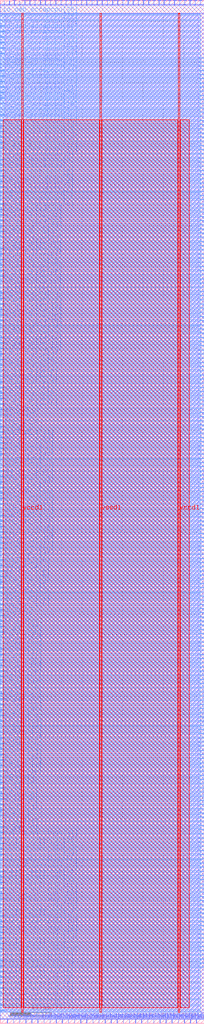
<source format=lef>
VERSION 5.7 ;
  NOWIREEXTENSIONATPIN ON ;
  DIVIDERCHAR "/" ;
  BUSBITCHARS "[]" ;
MACRO multiplexer
  CLASS BLOCK ;
  FOREIGN multiplexer ;
  ORIGIN 0.000 0.000 ;
  SIZE 200.000 BY 1000.000 ;
  PIN custom_settings[0]
    DIRECTION OUTPUT TRISTATE ;
    USE SIGNAL ;
    ANTENNADIFFAREA 2.673000 ;
    PORT
      LAYER met3 ;
        RECT 0.000 12.280 4.000 12.880 ;
    END
  END custom_settings[0]
  PIN custom_settings[10]
    DIRECTION OUTPUT TRISTATE ;
    USE SIGNAL ;
    ANTENNADIFFAREA 2.673000 ;
    PORT
      LAYER met3 ;
        RECT 0.000 66.680 4.000 67.280 ;
    END
  END custom_settings[10]
  PIN custom_settings[11]
    DIRECTION OUTPUT TRISTATE ;
    USE SIGNAL ;
    ANTENNADIFFAREA 2.673000 ;
    PORT
      LAYER met3 ;
        RECT 0.000 72.120 4.000 72.720 ;
    END
  END custom_settings[11]
  PIN custom_settings[12]
    DIRECTION OUTPUT TRISTATE ;
    USE SIGNAL ;
    ANTENNADIFFAREA 2.673000 ;
    PORT
      LAYER met3 ;
        RECT 0.000 77.560 4.000 78.160 ;
    END
  END custom_settings[12]
  PIN custom_settings[13]
    DIRECTION OUTPUT TRISTATE ;
    USE SIGNAL ;
    ANTENNADIFFAREA 2.673000 ;
    PORT
      LAYER met3 ;
        RECT 0.000 83.000 4.000 83.600 ;
    END
  END custom_settings[13]
  PIN custom_settings[14]
    DIRECTION OUTPUT TRISTATE ;
    USE SIGNAL ;
    ANTENNADIFFAREA 2.673000 ;
    PORT
      LAYER met3 ;
        RECT 0.000 88.440 4.000 89.040 ;
    END
  END custom_settings[14]
  PIN custom_settings[15]
    DIRECTION OUTPUT TRISTATE ;
    USE SIGNAL ;
    ANTENNADIFFAREA 2.673000 ;
    PORT
      LAYER met3 ;
        RECT 0.000 93.880 4.000 94.480 ;
    END
  END custom_settings[15]
  PIN custom_settings[16]
    DIRECTION OUTPUT TRISTATE ;
    USE SIGNAL ;
    ANTENNADIFFAREA 2.673000 ;
    PORT
      LAYER met3 ;
        RECT 0.000 99.320 4.000 99.920 ;
    END
  END custom_settings[16]
  PIN custom_settings[17]
    DIRECTION OUTPUT TRISTATE ;
    USE SIGNAL ;
    ANTENNADIFFAREA 2.673000 ;
    PORT
      LAYER met3 ;
        RECT 0.000 104.760 4.000 105.360 ;
    END
  END custom_settings[17]
  PIN custom_settings[18]
    DIRECTION OUTPUT TRISTATE ;
    USE SIGNAL ;
    ANTENNADIFFAREA 2.673000 ;
    PORT
      LAYER met3 ;
        RECT 0.000 110.200 4.000 110.800 ;
    END
  END custom_settings[18]
  PIN custom_settings[19]
    DIRECTION OUTPUT TRISTATE ;
    USE SIGNAL ;
    ANTENNADIFFAREA 2.673000 ;
    PORT
      LAYER met3 ;
        RECT 0.000 115.640 4.000 116.240 ;
    END
  END custom_settings[19]
  PIN custom_settings[1]
    DIRECTION OUTPUT TRISTATE ;
    USE SIGNAL ;
    ANTENNADIFFAREA 2.673000 ;
    PORT
      LAYER met3 ;
        RECT 0.000 17.720 4.000 18.320 ;
    END
  END custom_settings[1]
  PIN custom_settings[20]
    DIRECTION OUTPUT TRISTATE ;
    USE SIGNAL ;
    ANTENNADIFFAREA 2.673000 ;
    PORT
      LAYER met3 ;
        RECT 0.000 121.080 4.000 121.680 ;
    END
  END custom_settings[20]
  PIN custom_settings[21]
    DIRECTION OUTPUT TRISTATE ;
    USE SIGNAL ;
    ANTENNADIFFAREA 2.673000 ;
    PORT
      LAYER met3 ;
        RECT 0.000 126.520 4.000 127.120 ;
    END
  END custom_settings[21]
  PIN custom_settings[22]
    DIRECTION OUTPUT TRISTATE ;
    USE SIGNAL ;
    ANTENNADIFFAREA 2.673000 ;
    PORT
      LAYER met3 ;
        RECT 0.000 131.960 4.000 132.560 ;
    END
  END custom_settings[22]
  PIN custom_settings[23]
    DIRECTION OUTPUT TRISTATE ;
    USE SIGNAL ;
    ANTENNADIFFAREA 2.673000 ;
    PORT
      LAYER met3 ;
        RECT 0.000 137.400 4.000 138.000 ;
    END
  END custom_settings[23]
  PIN custom_settings[24]
    DIRECTION OUTPUT TRISTATE ;
    USE SIGNAL ;
    ANTENNADIFFAREA 2.673000 ;
    PORT
      LAYER met3 ;
        RECT 0.000 142.840 4.000 143.440 ;
    END
  END custom_settings[24]
  PIN custom_settings[25]
    DIRECTION OUTPUT TRISTATE ;
    USE SIGNAL ;
    ANTENNADIFFAREA 2.673000 ;
    PORT
      LAYER met3 ;
        RECT 0.000 148.280 4.000 148.880 ;
    END
  END custom_settings[25]
  PIN custom_settings[26]
    DIRECTION OUTPUT TRISTATE ;
    USE SIGNAL ;
    ANTENNADIFFAREA 2.673000 ;
    PORT
      LAYER met3 ;
        RECT 0.000 153.720 4.000 154.320 ;
    END
  END custom_settings[26]
  PIN custom_settings[27]
    DIRECTION OUTPUT TRISTATE ;
    USE SIGNAL ;
    ANTENNADIFFAREA 2.673000 ;
    PORT
      LAYER met3 ;
        RECT 0.000 159.160 4.000 159.760 ;
    END
  END custom_settings[27]
  PIN custom_settings[28]
    DIRECTION OUTPUT TRISTATE ;
    USE SIGNAL ;
    ANTENNADIFFAREA 2.673000 ;
    PORT
      LAYER met3 ;
        RECT 0.000 164.600 4.000 165.200 ;
    END
  END custom_settings[28]
  PIN custom_settings[29]
    DIRECTION OUTPUT TRISTATE ;
    USE SIGNAL ;
    ANTENNADIFFAREA 2.673000 ;
    PORT
      LAYER met3 ;
        RECT 0.000 170.040 4.000 170.640 ;
    END
  END custom_settings[29]
  PIN custom_settings[2]
    DIRECTION OUTPUT TRISTATE ;
    USE SIGNAL ;
    ANTENNADIFFAREA 2.673000 ;
    PORT
      LAYER met3 ;
        RECT 0.000 23.160 4.000 23.760 ;
    END
  END custom_settings[2]
  PIN custom_settings[30]
    DIRECTION OUTPUT TRISTATE ;
    USE SIGNAL ;
    ANTENNADIFFAREA 2.673000 ;
    PORT
      LAYER met3 ;
        RECT 0.000 175.480 4.000 176.080 ;
    END
  END custom_settings[30]
  PIN custom_settings[31]
    DIRECTION OUTPUT TRISTATE ;
    USE SIGNAL ;
    ANTENNADIFFAREA 2.673000 ;
    PORT
      LAYER met3 ;
        RECT 0.000 180.920 4.000 181.520 ;
    END
  END custom_settings[31]
  PIN custom_settings[3]
    DIRECTION OUTPUT TRISTATE ;
    USE SIGNAL ;
    ANTENNADIFFAREA 2.673000 ;
    PORT
      LAYER met3 ;
        RECT 0.000 28.600 4.000 29.200 ;
    END
  END custom_settings[3]
  PIN custom_settings[4]
    DIRECTION OUTPUT TRISTATE ;
    USE SIGNAL ;
    ANTENNADIFFAREA 2.673000 ;
    PORT
      LAYER met3 ;
        RECT 0.000 34.040 4.000 34.640 ;
    END
  END custom_settings[4]
  PIN custom_settings[5]
    DIRECTION OUTPUT TRISTATE ;
    USE SIGNAL ;
    ANTENNADIFFAREA 2.673000 ;
    PORT
      LAYER met3 ;
        RECT 0.000 39.480 4.000 40.080 ;
    END
  END custom_settings[5]
  PIN custom_settings[6]
    DIRECTION OUTPUT TRISTATE ;
    USE SIGNAL ;
    ANTENNADIFFAREA 2.673000 ;
    PORT
      LAYER met3 ;
        RECT 0.000 44.920 4.000 45.520 ;
    END
  END custom_settings[6]
  PIN custom_settings[7]
    DIRECTION OUTPUT TRISTATE ;
    USE SIGNAL ;
    ANTENNADIFFAREA 2.673000 ;
    PORT
      LAYER met3 ;
        RECT 0.000 50.360 4.000 50.960 ;
    END
  END custom_settings[7]
  PIN custom_settings[8]
    DIRECTION OUTPUT TRISTATE ;
    USE SIGNAL ;
    ANTENNADIFFAREA 2.673000 ;
    PORT
      LAYER met3 ;
        RECT 0.000 55.800 4.000 56.400 ;
    END
  END custom_settings[8]
  PIN custom_settings[9]
    DIRECTION OUTPUT TRISTATE ;
    USE SIGNAL ;
    ANTENNADIFFAREA 2.673000 ;
    PORT
      LAYER met3 ;
        RECT 0.000 61.240 4.000 61.840 ;
    END
  END custom_settings[9]
  PIN io_in_0
    DIRECTION INPUT ;
    USE SIGNAL ;
    ANTENNAGATEAREA 0.426000 ;
    PORT
      LAYER met2 ;
        RECT 3.770 996.000 4.050 1000.000 ;
    END
  END io_in_0
  PIN io_oeb[0]
    DIRECTION OUTPUT TRISTATE ;
    USE SIGNAL ;
    PORT
      LAYER met3 ;
        RECT 0.000 186.360 4.000 186.960 ;
    END
  END io_oeb[0]
  PIN io_oeb[10]
    DIRECTION OUTPUT TRISTATE ;
    USE SIGNAL ;
    ANTENNADIFFAREA 2.673000 ;
    PORT
      LAYER met3 ;
        RECT 0.000 240.760 4.000 241.360 ;
    END
  END io_oeb[10]
  PIN io_oeb[11]
    DIRECTION OUTPUT TRISTATE ;
    USE SIGNAL ;
    ANTENNADIFFAREA 2.673000 ;
    PORT
      LAYER met3 ;
        RECT 0.000 246.200 4.000 246.800 ;
    END
  END io_oeb[11]
  PIN io_oeb[12]
    DIRECTION OUTPUT TRISTATE ;
    USE SIGNAL ;
    ANTENNADIFFAREA 2.673000 ;
    PORT
      LAYER met3 ;
        RECT 0.000 251.640 4.000 252.240 ;
    END
  END io_oeb[12]
  PIN io_oeb[13]
    DIRECTION OUTPUT TRISTATE ;
    USE SIGNAL ;
    ANTENNADIFFAREA 2.673000 ;
    PORT
      LAYER met3 ;
        RECT 0.000 257.080 4.000 257.680 ;
    END
  END io_oeb[13]
  PIN io_oeb[14]
    DIRECTION OUTPUT TRISTATE ;
    USE SIGNAL ;
    ANTENNADIFFAREA 2.673000 ;
    PORT
      LAYER met3 ;
        RECT 0.000 262.520 4.000 263.120 ;
    END
  END io_oeb[14]
  PIN io_oeb[15]
    DIRECTION OUTPUT TRISTATE ;
    USE SIGNAL ;
    ANTENNADIFFAREA 2.673000 ;
    PORT
      LAYER met3 ;
        RECT 0.000 267.960 4.000 268.560 ;
    END
  END io_oeb[15]
  PIN io_oeb[16]
    DIRECTION OUTPUT TRISTATE ;
    USE SIGNAL ;
    ANTENNADIFFAREA 2.673000 ;
    PORT
      LAYER met3 ;
        RECT 0.000 273.400 4.000 274.000 ;
    END
  END io_oeb[16]
  PIN io_oeb[17]
    DIRECTION OUTPUT TRISTATE ;
    USE SIGNAL ;
    ANTENNADIFFAREA 2.673000 ;
    PORT
      LAYER met3 ;
        RECT 0.000 278.840 4.000 279.440 ;
    END
  END io_oeb[17]
  PIN io_oeb[18]
    DIRECTION OUTPUT TRISTATE ;
    USE SIGNAL ;
    ANTENNADIFFAREA 2.673000 ;
    PORT
      LAYER met3 ;
        RECT 0.000 284.280 4.000 284.880 ;
    END
  END io_oeb[18]
  PIN io_oeb[19]
    DIRECTION OUTPUT TRISTATE ;
    USE SIGNAL ;
    ANTENNADIFFAREA 2.673000 ;
    PORT
      LAYER met3 ;
        RECT 0.000 289.720 4.000 290.320 ;
    END
  END io_oeb[19]
  PIN io_oeb[1]
    DIRECTION OUTPUT TRISTATE ;
    USE SIGNAL ;
    ANTENNADIFFAREA 2.673000 ;
    PORT
      LAYER met3 ;
        RECT 0.000 191.800 4.000 192.400 ;
    END
  END io_oeb[1]
  PIN io_oeb[20]
    DIRECTION OUTPUT TRISTATE ;
    USE SIGNAL ;
    ANTENNADIFFAREA 2.673000 ;
    PORT
      LAYER met3 ;
        RECT 0.000 295.160 4.000 295.760 ;
    END
  END io_oeb[20]
  PIN io_oeb[21]
    DIRECTION OUTPUT TRISTATE ;
    USE SIGNAL ;
    ANTENNADIFFAREA 2.673000 ;
    PORT
      LAYER met3 ;
        RECT 0.000 300.600 4.000 301.200 ;
    END
  END io_oeb[21]
  PIN io_oeb[22]
    DIRECTION OUTPUT TRISTATE ;
    USE SIGNAL ;
    ANTENNADIFFAREA 2.673000 ;
    PORT
      LAYER met3 ;
        RECT 0.000 306.040 4.000 306.640 ;
    END
  END io_oeb[22]
  PIN io_oeb[23]
    DIRECTION OUTPUT TRISTATE ;
    USE SIGNAL ;
    ANTENNADIFFAREA 2.673000 ;
    PORT
      LAYER met3 ;
        RECT 0.000 311.480 4.000 312.080 ;
    END
  END io_oeb[23]
  PIN io_oeb[24]
    DIRECTION OUTPUT TRISTATE ;
    USE SIGNAL ;
    ANTENNADIFFAREA 2.673000 ;
    PORT
      LAYER met3 ;
        RECT 0.000 316.920 4.000 317.520 ;
    END
  END io_oeb[24]
  PIN io_oeb[25]
    DIRECTION OUTPUT TRISTATE ;
    USE SIGNAL ;
    ANTENNADIFFAREA 2.673000 ;
    PORT
      LAYER met3 ;
        RECT 0.000 322.360 4.000 322.960 ;
    END
  END io_oeb[25]
  PIN io_oeb[26]
    DIRECTION OUTPUT TRISTATE ;
    USE SIGNAL ;
    ANTENNADIFFAREA 2.673000 ;
    PORT
      LAYER met3 ;
        RECT 0.000 327.800 4.000 328.400 ;
    END
  END io_oeb[26]
  PIN io_oeb[27]
    DIRECTION OUTPUT TRISTATE ;
    USE SIGNAL ;
    ANTENNADIFFAREA 2.673000 ;
    PORT
      LAYER met3 ;
        RECT 0.000 333.240 4.000 333.840 ;
    END
  END io_oeb[27]
  PIN io_oeb[28]
    DIRECTION OUTPUT TRISTATE ;
    USE SIGNAL ;
    ANTENNADIFFAREA 2.673000 ;
    PORT
      LAYER met3 ;
        RECT 0.000 338.680 4.000 339.280 ;
    END
  END io_oeb[28]
  PIN io_oeb[29]
    DIRECTION OUTPUT TRISTATE ;
    USE SIGNAL ;
    ANTENNADIFFAREA 2.673000 ;
    PORT
      LAYER met3 ;
        RECT 0.000 344.120 4.000 344.720 ;
    END
  END io_oeb[29]
  PIN io_oeb[2]
    DIRECTION OUTPUT TRISTATE ;
    USE SIGNAL ;
    ANTENNADIFFAREA 2.673000 ;
    PORT
      LAYER met3 ;
        RECT 0.000 197.240 4.000 197.840 ;
    END
  END io_oeb[2]
  PIN io_oeb[30]
    DIRECTION OUTPUT TRISTATE ;
    USE SIGNAL ;
    ANTENNADIFFAREA 2.673000 ;
    PORT
      LAYER met3 ;
        RECT 0.000 349.560 4.000 350.160 ;
    END
  END io_oeb[30]
  PIN io_oeb[31]
    DIRECTION OUTPUT TRISTATE ;
    USE SIGNAL ;
    ANTENNADIFFAREA 2.673000 ;
    PORT
      LAYER met3 ;
        RECT 0.000 355.000 4.000 355.600 ;
    END
  END io_oeb[31]
  PIN io_oeb[32]
    DIRECTION OUTPUT TRISTATE ;
    USE SIGNAL ;
    ANTENNADIFFAREA 2.673000 ;
    PORT
      LAYER met3 ;
        RECT 0.000 360.440 4.000 361.040 ;
    END
  END io_oeb[32]
  PIN io_oeb[33]
    DIRECTION OUTPUT TRISTATE ;
    USE SIGNAL ;
    ANTENNADIFFAREA 2.673000 ;
    PORT
      LAYER met3 ;
        RECT 0.000 365.880 4.000 366.480 ;
    END
  END io_oeb[33]
  PIN io_oeb[34]
    DIRECTION OUTPUT TRISTATE ;
    USE SIGNAL ;
    ANTENNADIFFAREA 2.673000 ;
    PORT
      LAYER met3 ;
        RECT 0.000 371.320 4.000 371.920 ;
    END
  END io_oeb[34]
  PIN io_oeb[35]
    DIRECTION OUTPUT TRISTATE ;
    USE SIGNAL ;
    ANTENNADIFFAREA 2.673000 ;
    PORT
      LAYER met3 ;
        RECT 0.000 376.760 4.000 377.360 ;
    END
  END io_oeb[35]
  PIN io_oeb[36]
    DIRECTION OUTPUT TRISTATE ;
    USE SIGNAL ;
    ANTENNADIFFAREA 2.673000 ;
    PORT
      LAYER met3 ;
        RECT 0.000 382.200 4.000 382.800 ;
    END
  END io_oeb[36]
  PIN io_oeb[37]
    DIRECTION OUTPUT TRISTATE ;
    USE SIGNAL ;
    ANTENNADIFFAREA 2.673000 ;
    PORT
      LAYER met3 ;
        RECT 0.000 387.640 4.000 388.240 ;
    END
  END io_oeb[37]
  PIN io_oeb[3]
    DIRECTION OUTPUT TRISTATE ;
    USE SIGNAL ;
    PORT
      LAYER met3 ;
        RECT 0.000 202.680 4.000 203.280 ;
    END
  END io_oeb[3]
  PIN io_oeb[4]
    DIRECTION OUTPUT TRISTATE ;
    USE SIGNAL ;
    ANTENNADIFFAREA 2.673000 ;
    PORT
      LAYER met3 ;
        RECT 0.000 208.120 4.000 208.720 ;
    END
  END io_oeb[4]
  PIN io_oeb[5]
    DIRECTION OUTPUT TRISTATE ;
    USE SIGNAL ;
    ANTENNADIFFAREA 2.673000 ;
    PORT
      LAYER met3 ;
        RECT 0.000 213.560 4.000 214.160 ;
    END
  END io_oeb[5]
  PIN io_oeb[6]
    DIRECTION OUTPUT TRISTATE ;
    USE SIGNAL ;
    ANTENNADIFFAREA 2.673000 ;
    PORT
      LAYER met3 ;
        RECT 0.000 219.000 4.000 219.600 ;
    END
  END io_oeb[6]
  PIN io_oeb[7]
    DIRECTION OUTPUT TRISTATE ;
    USE SIGNAL ;
    ANTENNADIFFAREA 2.673000 ;
    PORT
      LAYER met3 ;
        RECT 0.000 224.440 4.000 225.040 ;
    END
  END io_oeb[7]
  PIN io_oeb[8]
    DIRECTION OUTPUT TRISTATE ;
    USE SIGNAL ;
    ANTENNADIFFAREA 2.673000 ;
    PORT
      LAYER met3 ;
        RECT 0.000 229.880 4.000 230.480 ;
    END
  END io_oeb[8]
  PIN io_oeb[9]
    DIRECTION OUTPUT TRISTATE ;
    USE SIGNAL ;
    ANTENNADIFFAREA 2.673000 ;
    PORT
      LAYER met3 ;
        RECT 0.000 235.320 4.000 235.920 ;
    END
  END io_oeb[9]
  PIN io_oeb_scrapcpu[0]
    DIRECTION INPUT ;
    USE SIGNAL ;
    ANTENNAGATEAREA 0.213000 ;
    PORT
      LAYER met3 ;
        RECT 0.000 795.640 4.000 796.240 ;
    END
  END io_oeb_scrapcpu[0]
  PIN io_oeb_scrapcpu[10]
    DIRECTION INPUT ;
    USE SIGNAL ;
    ANTENNAGATEAREA 0.213000 ;
    PORT
      LAYER met3 ;
        RECT 0.000 850.040 4.000 850.640 ;
    END
  END io_oeb_scrapcpu[10]
  PIN io_oeb_scrapcpu[11]
    DIRECTION INPUT ;
    USE SIGNAL ;
    ANTENNAGATEAREA 0.213000 ;
    PORT
      LAYER met3 ;
        RECT 0.000 855.480 4.000 856.080 ;
    END
  END io_oeb_scrapcpu[11]
  PIN io_oeb_scrapcpu[12]
    DIRECTION INPUT ;
    USE SIGNAL ;
    ANTENNAGATEAREA 0.213000 ;
    PORT
      LAYER met3 ;
        RECT 0.000 860.920 4.000 861.520 ;
    END
  END io_oeb_scrapcpu[12]
  PIN io_oeb_scrapcpu[13]
    DIRECTION INPUT ;
    USE SIGNAL ;
    ANTENNAGATEAREA 0.213000 ;
    PORT
      LAYER met3 ;
        RECT 0.000 866.360 4.000 866.960 ;
    END
  END io_oeb_scrapcpu[13]
  PIN io_oeb_scrapcpu[14]
    DIRECTION INPUT ;
    USE SIGNAL ;
    ANTENNAGATEAREA 0.213000 ;
    PORT
      LAYER met3 ;
        RECT 0.000 871.800 4.000 872.400 ;
    END
  END io_oeb_scrapcpu[14]
  PIN io_oeb_scrapcpu[15]
    DIRECTION INPUT ;
    USE SIGNAL ;
    ANTENNAGATEAREA 0.213000 ;
    PORT
      LAYER met3 ;
        RECT 0.000 877.240 4.000 877.840 ;
    END
  END io_oeb_scrapcpu[15]
  PIN io_oeb_scrapcpu[16]
    DIRECTION INPUT ;
    USE SIGNAL ;
    ANTENNAGATEAREA 0.213000 ;
    PORT
      LAYER met3 ;
        RECT 0.000 882.680 4.000 883.280 ;
    END
  END io_oeb_scrapcpu[16]
  PIN io_oeb_scrapcpu[17]
    DIRECTION INPUT ;
    USE SIGNAL ;
    ANTENNAGATEAREA 0.213000 ;
    PORT
      LAYER met3 ;
        RECT 0.000 888.120 4.000 888.720 ;
    END
  END io_oeb_scrapcpu[17]
  PIN io_oeb_scrapcpu[18]
    DIRECTION INPUT ;
    USE SIGNAL ;
    ANTENNAGATEAREA 0.213000 ;
    PORT
      LAYER met3 ;
        RECT 0.000 893.560 4.000 894.160 ;
    END
  END io_oeb_scrapcpu[18]
  PIN io_oeb_scrapcpu[19]
    DIRECTION INPUT ;
    USE SIGNAL ;
    ANTENNAGATEAREA 0.213000 ;
    PORT
      LAYER met3 ;
        RECT 0.000 899.000 4.000 899.600 ;
    END
  END io_oeb_scrapcpu[19]
  PIN io_oeb_scrapcpu[1]
    DIRECTION INPUT ;
    USE SIGNAL ;
    ANTENNAGATEAREA 0.213000 ;
    PORT
      LAYER met3 ;
        RECT 0.000 801.080 4.000 801.680 ;
    END
  END io_oeb_scrapcpu[1]
  PIN io_oeb_scrapcpu[20]
    DIRECTION INPUT ;
    USE SIGNAL ;
    ANTENNAGATEAREA 0.213000 ;
    PORT
      LAYER met3 ;
        RECT 0.000 904.440 4.000 905.040 ;
    END
  END io_oeb_scrapcpu[20]
  PIN io_oeb_scrapcpu[21]
    DIRECTION INPUT ;
    USE SIGNAL ;
    ANTENNAGATEAREA 0.213000 ;
    PORT
      LAYER met3 ;
        RECT 0.000 909.880 4.000 910.480 ;
    END
  END io_oeb_scrapcpu[21]
  PIN io_oeb_scrapcpu[22]
    DIRECTION INPUT ;
    USE SIGNAL ;
    ANTENNAGATEAREA 0.213000 ;
    PORT
      LAYER met3 ;
        RECT 0.000 915.320 4.000 915.920 ;
    END
  END io_oeb_scrapcpu[22]
  PIN io_oeb_scrapcpu[23]
    DIRECTION INPUT ;
    USE SIGNAL ;
    ANTENNAGATEAREA 0.213000 ;
    PORT
      LAYER met3 ;
        RECT 0.000 920.760 4.000 921.360 ;
    END
  END io_oeb_scrapcpu[23]
  PIN io_oeb_scrapcpu[24]
    DIRECTION INPUT ;
    USE SIGNAL ;
    ANTENNAGATEAREA 0.213000 ;
    PORT
      LAYER met3 ;
        RECT 0.000 926.200 4.000 926.800 ;
    END
  END io_oeb_scrapcpu[24]
  PIN io_oeb_scrapcpu[25]
    DIRECTION INPUT ;
    USE SIGNAL ;
    ANTENNAGATEAREA 0.213000 ;
    PORT
      LAYER met3 ;
        RECT 0.000 931.640 4.000 932.240 ;
    END
  END io_oeb_scrapcpu[25]
  PIN io_oeb_scrapcpu[26]
    DIRECTION INPUT ;
    USE SIGNAL ;
    ANTENNAGATEAREA 0.213000 ;
    PORT
      LAYER met3 ;
        RECT 0.000 937.080 4.000 937.680 ;
    END
  END io_oeb_scrapcpu[26]
  PIN io_oeb_scrapcpu[27]
    DIRECTION INPUT ;
    USE SIGNAL ;
    ANTENNAGATEAREA 0.213000 ;
    PORT
      LAYER met3 ;
        RECT 0.000 942.520 4.000 943.120 ;
    END
  END io_oeb_scrapcpu[27]
  PIN io_oeb_scrapcpu[28]
    DIRECTION INPUT ;
    USE SIGNAL ;
    ANTENNAGATEAREA 0.213000 ;
    PORT
      LAYER met3 ;
        RECT 0.000 947.960 4.000 948.560 ;
    END
  END io_oeb_scrapcpu[28]
  PIN io_oeb_scrapcpu[29]
    DIRECTION INPUT ;
    USE SIGNAL ;
    ANTENNAGATEAREA 0.213000 ;
    PORT
      LAYER met3 ;
        RECT 0.000 953.400 4.000 954.000 ;
    END
  END io_oeb_scrapcpu[29]
  PIN io_oeb_scrapcpu[2]
    DIRECTION INPUT ;
    USE SIGNAL ;
    ANTENNAGATEAREA 0.213000 ;
    PORT
      LAYER met3 ;
        RECT 0.000 806.520 4.000 807.120 ;
    END
  END io_oeb_scrapcpu[2]
  PIN io_oeb_scrapcpu[30]
    DIRECTION INPUT ;
    USE SIGNAL ;
    ANTENNAGATEAREA 0.213000 ;
    PORT
      LAYER met3 ;
        RECT 0.000 958.840 4.000 959.440 ;
    END
  END io_oeb_scrapcpu[30]
  PIN io_oeb_scrapcpu[31]
    DIRECTION INPUT ;
    USE SIGNAL ;
    ANTENNAGATEAREA 0.213000 ;
    PORT
      LAYER met3 ;
        RECT 0.000 964.280 4.000 964.880 ;
    END
  END io_oeb_scrapcpu[31]
  PIN io_oeb_scrapcpu[32]
    DIRECTION INPUT ;
    USE SIGNAL ;
    ANTENNAGATEAREA 0.213000 ;
    PORT
      LAYER met3 ;
        RECT 0.000 969.720 4.000 970.320 ;
    END
  END io_oeb_scrapcpu[32]
  PIN io_oeb_scrapcpu[33]
    DIRECTION INPUT ;
    USE SIGNAL ;
    ANTENNAGATEAREA 0.213000 ;
    PORT
      LAYER met3 ;
        RECT 0.000 975.160 4.000 975.760 ;
    END
  END io_oeb_scrapcpu[33]
  PIN io_oeb_scrapcpu[34]
    DIRECTION INPUT ;
    USE SIGNAL ;
    ANTENNAGATEAREA 0.213000 ;
    PORT
      LAYER met3 ;
        RECT 0.000 980.600 4.000 981.200 ;
    END
  END io_oeb_scrapcpu[34]
  PIN io_oeb_scrapcpu[35]
    DIRECTION INPUT ;
    USE SIGNAL ;
    ANTENNAGATEAREA 0.213000 ;
    PORT
      LAYER met3 ;
        RECT 0.000 986.040 4.000 986.640 ;
    END
  END io_oeb_scrapcpu[35]
  PIN io_oeb_scrapcpu[3]
    DIRECTION INPUT ;
    USE SIGNAL ;
    ANTENNAGATEAREA 0.213000 ;
    PORT
      LAYER met3 ;
        RECT 0.000 811.960 4.000 812.560 ;
    END
  END io_oeb_scrapcpu[3]
  PIN io_oeb_scrapcpu[4]
    DIRECTION INPUT ;
    USE SIGNAL ;
    ANTENNAGATEAREA 0.213000 ;
    PORT
      LAYER met3 ;
        RECT 0.000 817.400 4.000 818.000 ;
    END
  END io_oeb_scrapcpu[4]
  PIN io_oeb_scrapcpu[5]
    DIRECTION INPUT ;
    USE SIGNAL ;
    ANTENNAGATEAREA 0.213000 ;
    PORT
      LAYER met3 ;
        RECT 0.000 822.840 4.000 823.440 ;
    END
  END io_oeb_scrapcpu[5]
  PIN io_oeb_scrapcpu[6]
    DIRECTION INPUT ;
    USE SIGNAL ;
    ANTENNAGATEAREA 0.213000 ;
    PORT
      LAYER met3 ;
        RECT 0.000 828.280 4.000 828.880 ;
    END
  END io_oeb_scrapcpu[6]
  PIN io_oeb_scrapcpu[7]
    DIRECTION INPUT ;
    USE SIGNAL ;
    ANTENNAGATEAREA 0.213000 ;
    PORT
      LAYER met3 ;
        RECT 0.000 833.720 4.000 834.320 ;
    END
  END io_oeb_scrapcpu[7]
  PIN io_oeb_scrapcpu[8]
    DIRECTION INPUT ;
    USE SIGNAL ;
    ANTENNAGATEAREA 0.213000 ;
    PORT
      LAYER met3 ;
        RECT 0.000 839.160 4.000 839.760 ;
    END
  END io_oeb_scrapcpu[8]
  PIN io_oeb_scrapcpu[9]
    DIRECTION INPUT ;
    USE SIGNAL ;
    ANTENNAGATEAREA 0.213000 ;
    PORT
      LAYER met3 ;
        RECT 0.000 844.600 4.000 845.200 ;
    END
  END io_oeb_scrapcpu[9]
  PIN io_oeb_vliw[0]
    DIRECTION INPUT ;
    USE SIGNAL ;
    ANTENNAGATEAREA 0.196500 ;
    PORT
      LAYER met3 ;
        RECT 0.000 599.800 4.000 600.400 ;
    END
  END io_oeb_vliw[0]
  PIN io_oeb_vliw[10]
    DIRECTION INPUT ;
    USE SIGNAL ;
    ANTENNAGATEAREA 0.196500 ;
    PORT
      LAYER met3 ;
        RECT 0.000 654.200 4.000 654.800 ;
    END
  END io_oeb_vliw[10]
  PIN io_oeb_vliw[11]
    DIRECTION INPUT ;
    USE SIGNAL ;
    ANTENNAGATEAREA 0.196500 ;
    PORT
      LAYER met3 ;
        RECT 0.000 659.640 4.000 660.240 ;
    END
  END io_oeb_vliw[11]
  PIN io_oeb_vliw[12]
    DIRECTION INPUT ;
    USE SIGNAL ;
    ANTENNAGATEAREA 0.196500 ;
    PORT
      LAYER met3 ;
        RECT 0.000 665.080 4.000 665.680 ;
    END
  END io_oeb_vliw[12]
  PIN io_oeb_vliw[13]
    DIRECTION INPUT ;
    USE SIGNAL ;
    ANTENNAGATEAREA 0.196500 ;
    PORT
      LAYER met3 ;
        RECT 0.000 670.520 4.000 671.120 ;
    END
  END io_oeb_vliw[13]
  PIN io_oeb_vliw[14]
    DIRECTION INPUT ;
    USE SIGNAL ;
    ANTENNAGATEAREA 0.196500 ;
    PORT
      LAYER met3 ;
        RECT 0.000 675.960 4.000 676.560 ;
    END
  END io_oeb_vliw[14]
  PIN io_oeb_vliw[15]
    DIRECTION INPUT ;
    USE SIGNAL ;
    ANTENNAGATEAREA 0.196500 ;
    PORT
      LAYER met3 ;
        RECT 0.000 681.400 4.000 682.000 ;
    END
  END io_oeb_vliw[15]
  PIN io_oeb_vliw[16]
    DIRECTION INPUT ;
    USE SIGNAL ;
    ANTENNAGATEAREA 0.196500 ;
    PORT
      LAYER met3 ;
        RECT 0.000 686.840 4.000 687.440 ;
    END
  END io_oeb_vliw[16]
  PIN io_oeb_vliw[17]
    DIRECTION INPUT ;
    USE SIGNAL ;
    ANTENNAGATEAREA 0.196500 ;
    PORT
      LAYER met3 ;
        RECT 0.000 692.280 4.000 692.880 ;
    END
  END io_oeb_vliw[17]
  PIN io_oeb_vliw[18]
    DIRECTION INPUT ;
    USE SIGNAL ;
    ANTENNAGATEAREA 0.196500 ;
    PORT
      LAYER met3 ;
        RECT 0.000 697.720 4.000 698.320 ;
    END
  END io_oeb_vliw[18]
  PIN io_oeb_vliw[19]
    DIRECTION INPUT ;
    USE SIGNAL ;
    ANTENNAGATEAREA 0.196500 ;
    PORT
      LAYER met3 ;
        RECT 0.000 703.160 4.000 703.760 ;
    END
  END io_oeb_vliw[19]
  PIN io_oeb_vliw[1]
    DIRECTION INPUT ;
    USE SIGNAL ;
    ANTENNAGATEAREA 0.196500 ;
    PORT
      LAYER met3 ;
        RECT 0.000 605.240 4.000 605.840 ;
    END
  END io_oeb_vliw[1]
  PIN io_oeb_vliw[20]
    DIRECTION INPUT ;
    USE SIGNAL ;
    ANTENNAGATEAREA 0.196500 ;
    PORT
      LAYER met3 ;
        RECT 0.000 708.600 4.000 709.200 ;
    END
  END io_oeb_vliw[20]
  PIN io_oeb_vliw[21]
    DIRECTION INPUT ;
    USE SIGNAL ;
    ANTENNAGATEAREA 0.196500 ;
    PORT
      LAYER met3 ;
        RECT 0.000 714.040 4.000 714.640 ;
    END
  END io_oeb_vliw[21]
  PIN io_oeb_vliw[22]
    DIRECTION INPUT ;
    USE SIGNAL ;
    ANTENNAGATEAREA 0.196500 ;
    PORT
      LAYER met3 ;
        RECT 0.000 719.480 4.000 720.080 ;
    END
  END io_oeb_vliw[22]
  PIN io_oeb_vliw[23]
    DIRECTION INPUT ;
    USE SIGNAL ;
    ANTENNAGATEAREA 0.196500 ;
    PORT
      LAYER met3 ;
        RECT 0.000 724.920 4.000 725.520 ;
    END
  END io_oeb_vliw[23]
  PIN io_oeb_vliw[24]
    DIRECTION INPUT ;
    USE SIGNAL ;
    ANTENNAGATEAREA 0.196500 ;
    PORT
      LAYER met3 ;
        RECT 0.000 730.360 4.000 730.960 ;
    END
  END io_oeb_vliw[24]
  PIN io_oeb_vliw[25]
    DIRECTION INPUT ;
    USE SIGNAL ;
    ANTENNAGATEAREA 0.196500 ;
    PORT
      LAYER met3 ;
        RECT 0.000 735.800 4.000 736.400 ;
    END
  END io_oeb_vliw[25]
  PIN io_oeb_vliw[26]
    DIRECTION INPUT ;
    USE SIGNAL ;
    ANTENNAGATEAREA 0.196500 ;
    PORT
      LAYER met3 ;
        RECT 0.000 741.240 4.000 741.840 ;
    END
  END io_oeb_vliw[26]
  PIN io_oeb_vliw[27]
    DIRECTION INPUT ;
    USE SIGNAL ;
    ANTENNAGATEAREA 0.196500 ;
    PORT
      LAYER met3 ;
        RECT 0.000 746.680 4.000 747.280 ;
    END
  END io_oeb_vliw[27]
  PIN io_oeb_vliw[28]
    DIRECTION INPUT ;
    USE SIGNAL ;
    ANTENNAGATEAREA 0.196500 ;
    PORT
      LAYER met3 ;
        RECT 0.000 752.120 4.000 752.720 ;
    END
  END io_oeb_vliw[28]
  PIN io_oeb_vliw[29]
    DIRECTION INPUT ;
    USE SIGNAL ;
    ANTENNAGATEAREA 0.196500 ;
    PORT
      LAYER met3 ;
        RECT 0.000 757.560 4.000 758.160 ;
    END
  END io_oeb_vliw[29]
  PIN io_oeb_vliw[2]
    DIRECTION INPUT ;
    USE SIGNAL ;
    ANTENNAGATEAREA 0.196500 ;
    PORT
      LAYER met3 ;
        RECT 0.000 610.680 4.000 611.280 ;
    END
  END io_oeb_vliw[2]
  PIN io_oeb_vliw[30]
    DIRECTION INPUT ;
    USE SIGNAL ;
    ANTENNAGATEAREA 0.196500 ;
    PORT
      LAYER met3 ;
        RECT 0.000 763.000 4.000 763.600 ;
    END
  END io_oeb_vliw[30]
  PIN io_oeb_vliw[31]
    DIRECTION INPUT ;
    USE SIGNAL ;
    ANTENNAGATEAREA 0.196500 ;
    PORT
      LAYER met3 ;
        RECT 0.000 768.440 4.000 769.040 ;
    END
  END io_oeb_vliw[31]
  PIN io_oeb_vliw[32]
    DIRECTION INPUT ;
    USE SIGNAL ;
    ANTENNAGATEAREA 0.196500 ;
    PORT
      LAYER met3 ;
        RECT 0.000 773.880 4.000 774.480 ;
    END
  END io_oeb_vliw[32]
  PIN io_oeb_vliw[33]
    DIRECTION INPUT ;
    USE SIGNAL ;
    ANTENNAGATEAREA 0.196500 ;
    PORT
      LAYER met3 ;
        RECT 0.000 779.320 4.000 779.920 ;
    END
  END io_oeb_vliw[33]
  PIN io_oeb_vliw[34]
    DIRECTION INPUT ;
    USE SIGNAL ;
    ANTENNAGATEAREA 0.196500 ;
    PORT
      LAYER met3 ;
        RECT 0.000 784.760 4.000 785.360 ;
    END
  END io_oeb_vliw[34]
  PIN io_oeb_vliw[35]
    DIRECTION INPUT ;
    USE SIGNAL ;
    ANTENNAGATEAREA 0.196500 ;
    PORT
      LAYER met3 ;
        RECT 0.000 790.200 4.000 790.800 ;
    END
  END io_oeb_vliw[35]
  PIN io_oeb_vliw[3]
    DIRECTION INPUT ;
    USE SIGNAL ;
    ANTENNAGATEAREA 0.196500 ;
    PORT
      LAYER met3 ;
        RECT 0.000 616.120 4.000 616.720 ;
    END
  END io_oeb_vliw[3]
  PIN io_oeb_vliw[4]
    DIRECTION INPUT ;
    USE SIGNAL ;
    ANTENNAGATEAREA 0.196500 ;
    PORT
      LAYER met3 ;
        RECT 0.000 621.560 4.000 622.160 ;
    END
  END io_oeb_vliw[4]
  PIN io_oeb_vliw[5]
    DIRECTION INPUT ;
    USE SIGNAL ;
    ANTENNAGATEAREA 0.196500 ;
    PORT
      LAYER met3 ;
        RECT 0.000 627.000 4.000 627.600 ;
    END
  END io_oeb_vliw[5]
  PIN io_oeb_vliw[6]
    DIRECTION INPUT ;
    USE SIGNAL ;
    ANTENNAGATEAREA 0.196500 ;
    PORT
      LAYER met3 ;
        RECT 0.000 632.440 4.000 633.040 ;
    END
  END io_oeb_vliw[6]
  PIN io_oeb_vliw[7]
    DIRECTION INPUT ;
    USE SIGNAL ;
    ANTENNAGATEAREA 0.196500 ;
    PORT
      LAYER met3 ;
        RECT 0.000 637.880 4.000 638.480 ;
    END
  END io_oeb_vliw[7]
  PIN io_oeb_vliw[8]
    DIRECTION INPUT ;
    USE SIGNAL ;
    ANTENNAGATEAREA 0.196500 ;
    PORT
      LAYER met3 ;
        RECT 0.000 643.320 4.000 643.920 ;
    END
  END io_oeb_vliw[8]
  PIN io_oeb_vliw[9]
    DIRECTION INPUT ;
    USE SIGNAL ;
    ANTENNAGATEAREA 0.196500 ;
    PORT
      LAYER met3 ;
        RECT 0.000 648.760 4.000 649.360 ;
    END
  END io_oeb_vliw[9]
  PIN io_oeb_z80[0]
    DIRECTION INPUT ;
    USE SIGNAL ;
    ANTENNAGATEAREA 0.213000 ;
    PORT
      LAYER met3 ;
        RECT 196.000 654.200 200.000 654.800 ;
    END
  END io_oeb_z80[0]
  PIN io_oeb_z80[10]
    DIRECTION INPUT ;
    USE SIGNAL ;
    ANTENNAGATEAREA 0.213000 ;
    PORT
      LAYER met3 ;
        RECT 196.000 695.000 200.000 695.600 ;
    END
  END io_oeb_z80[10]
  PIN io_oeb_z80[11]
    DIRECTION INPUT ;
    USE SIGNAL ;
    ANTENNAGATEAREA 0.213000 ;
    PORT
      LAYER met3 ;
        RECT 196.000 699.080 200.000 699.680 ;
    END
  END io_oeb_z80[11]
  PIN io_oeb_z80[12]
    DIRECTION INPUT ;
    USE SIGNAL ;
    ANTENNAGATEAREA 0.213000 ;
    PORT
      LAYER met3 ;
        RECT 196.000 703.160 200.000 703.760 ;
    END
  END io_oeb_z80[12]
  PIN io_oeb_z80[13]
    DIRECTION INPUT ;
    USE SIGNAL ;
    ANTENNAGATEAREA 0.213000 ;
    PORT
      LAYER met3 ;
        RECT 196.000 707.240 200.000 707.840 ;
    END
  END io_oeb_z80[13]
  PIN io_oeb_z80[14]
    DIRECTION INPUT ;
    USE SIGNAL ;
    ANTENNAGATEAREA 0.213000 ;
    PORT
      LAYER met3 ;
        RECT 196.000 711.320 200.000 711.920 ;
    END
  END io_oeb_z80[14]
  PIN io_oeb_z80[15]
    DIRECTION INPUT ;
    USE SIGNAL ;
    ANTENNAGATEAREA 0.213000 ;
    PORT
      LAYER met3 ;
        RECT 196.000 715.400 200.000 716.000 ;
    END
  END io_oeb_z80[15]
  PIN io_oeb_z80[16]
    DIRECTION INPUT ;
    USE SIGNAL ;
    ANTENNAGATEAREA 0.213000 ;
    PORT
      LAYER met3 ;
        RECT 196.000 719.480 200.000 720.080 ;
    END
  END io_oeb_z80[16]
  PIN io_oeb_z80[17]
    DIRECTION INPUT ;
    USE SIGNAL ;
    ANTENNAGATEAREA 0.213000 ;
    PORT
      LAYER met3 ;
        RECT 196.000 723.560 200.000 724.160 ;
    END
  END io_oeb_z80[17]
  PIN io_oeb_z80[18]
    DIRECTION INPUT ;
    USE SIGNAL ;
    ANTENNAGATEAREA 0.213000 ;
    PORT
      LAYER met3 ;
        RECT 196.000 727.640 200.000 728.240 ;
    END
  END io_oeb_z80[18]
  PIN io_oeb_z80[19]
    DIRECTION INPUT ;
    USE SIGNAL ;
    ANTENNAGATEAREA 0.213000 ;
    PORT
      LAYER met3 ;
        RECT 196.000 731.720 200.000 732.320 ;
    END
  END io_oeb_z80[19]
  PIN io_oeb_z80[1]
    DIRECTION INPUT ;
    USE SIGNAL ;
    ANTENNAGATEAREA 0.213000 ;
    PORT
      LAYER met3 ;
        RECT 196.000 658.280 200.000 658.880 ;
    END
  END io_oeb_z80[1]
  PIN io_oeb_z80[20]
    DIRECTION INPUT ;
    USE SIGNAL ;
    ANTENNAGATEAREA 0.213000 ;
    PORT
      LAYER met3 ;
        RECT 196.000 735.800 200.000 736.400 ;
    END
  END io_oeb_z80[20]
  PIN io_oeb_z80[21]
    DIRECTION INPUT ;
    USE SIGNAL ;
    ANTENNAGATEAREA 0.213000 ;
    PORT
      LAYER met3 ;
        RECT 196.000 739.880 200.000 740.480 ;
    END
  END io_oeb_z80[21]
  PIN io_oeb_z80[22]
    DIRECTION INPUT ;
    USE SIGNAL ;
    ANTENNAGATEAREA 0.213000 ;
    PORT
      LAYER met3 ;
        RECT 196.000 743.960 200.000 744.560 ;
    END
  END io_oeb_z80[22]
  PIN io_oeb_z80[23]
    DIRECTION INPUT ;
    USE SIGNAL ;
    ANTENNAGATEAREA 0.213000 ;
    PORT
      LAYER met3 ;
        RECT 196.000 748.040 200.000 748.640 ;
    END
  END io_oeb_z80[23]
  PIN io_oeb_z80[24]
    DIRECTION INPUT ;
    USE SIGNAL ;
    ANTENNAGATEAREA 0.213000 ;
    PORT
      LAYER met3 ;
        RECT 196.000 752.120 200.000 752.720 ;
    END
  END io_oeb_z80[24]
  PIN io_oeb_z80[25]
    DIRECTION INPUT ;
    USE SIGNAL ;
    ANTENNAGATEAREA 0.213000 ;
    PORT
      LAYER met3 ;
        RECT 196.000 756.200 200.000 756.800 ;
    END
  END io_oeb_z80[25]
  PIN io_oeb_z80[26]
    DIRECTION INPUT ;
    USE SIGNAL ;
    ANTENNAGATEAREA 0.213000 ;
    PORT
      LAYER met3 ;
        RECT 196.000 760.280 200.000 760.880 ;
    END
  END io_oeb_z80[26]
  PIN io_oeb_z80[27]
    DIRECTION INPUT ;
    USE SIGNAL ;
    ANTENNAGATEAREA 0.213000 ;
    PORT
      LAYER met3 ;
        RECT 196.000 764.360 200.000 764.960 ;
    END
  END io_oeb_z80[27]
  PIN io_oeb_z80[28]
    DIRECTION INPUT ;
    USE SIGNAL ;
    ANTENNAGATEAREA 0.213000 ;
    PORT
      LAYER met3 ;
        RECT 196.000 768.440 200.000 769.040 ;
    END
  END io_oeb_z80[28]
  PIN io_oeb_z80[29]
    DIRECTION INPUT ;
    USE SIGNAL ;
    ANTENNAGATEAREA 0.213000 ;
    PORT
      LAYER met3 ;
        RECT 196.000 772.520 200.000 773.120 ;
    END
  END io_oeb_z80[29]
  PIN io_oeb_z80[2]
    DIRECTION INPUT ;
    USE SIGNAL ;
    ANTENNAGATEAREA 0.213000 ;
    PORT
      LAYER met3 ;
        RECT 196.000 662.360 200.000 662.960 ;
    END
  END io_oeb_z80[2]
  PIN io_oeb_z80[30]
    DIRECTION INPUT ;
    USE SIGNAL ;
    ANTENNAGATEAREA 0.213000 ;
    PORT
      LAYER met3 ;
        RECT 196.000 776.600 200.000 777.200 ;
    END
  END io_oeb_z80[30]
  PIN io_oeb_z80[31]
    DIRECTION INPUT ;
    USE SIGNAL ;
    ANTENNAGATEAREA 0.213000 ;
    PORT
      LAYER met3 ;
        RECT 196.000 780.680 200.000 781.280 ;
    END
  END io_oeb_z80[31]
  PIN io_oeb_z80[32]
    DIRECTION INPUT ;
    USE SIGNAL ;
    ANTENNAGATEAREA 0.213000 ;
    PORT
      LAYER met3 ;
        RECT 196.000 784.760 200.000 785.360 ;
    END
  END io_oeb_z80[32]
  PIN io_oeb_z80[33]
    DIRECTION INPUT ;
    USE SIGNAL ;
    ANTENNAGATEAREA 0.213000 ;
    PORT
      LAYER met3 ;
        RECT 196.000 788.840 200.000 789.440 ;
    END
  END io_oeb_z80[33]
  PIN io_oeb_z80[34]
    DIRECTION INPUT ;
    USE SIGNAL ;
    ANTENNAGATEAREA 0.213000 ;
    PORT
      LAYER met3 ;
        RECT 196.000 792.920 200.000 793.520 ;
    END
  END io_oeb_z80[34]
  PIN io_oeb_z80[35]
    DIRECTION INPUT ;
    USE SIGNAL ;
    ANTENNAGATEAREA 0.213000 ;
    PORT
      LAYER met3 ;
        RECT 196.000 797.000 200.000 797.600 ;
    END
  END io_oeb_z80[35]
  PIN io_oeb_z80[3]
    DIRECTION INPUT ;
    USE SIGNAL ;
    ANTENNAGATEAREA 0.213000 ;
    PORT
      LAYER met3 ;
        RECT 196.000 666.440 200.000 667.040 ;
    END
  END io_oeb_z80[3]
  PIN io_oeb_z80[4]
    DIRECTION INPUT ;
    USE SIGNAL ;
    ANTENNAGATEAREA 0.213000 ;
    PORT
      LAYER met3 ;
        RECT 196.000 670.520 200.000 671.120 ;
    END
  END io_oeb_z80[4]
  PIN io_oeb_z80[5]
    DIRECTION INPUT ;
    USE SIGNAL ;
    ANTENNAGATEAREA 0.213000 ;
    PORT
      LAYER met3 ;
        RECT 196.000 674.600 200.000 675.200 ;
    END
  END io_oeb_z80[5]
  PIN io_oeb_z80[6]
    DIRECTION INPUT ;
    USE SIGNAL ;
    ANTENNAGATEAREA 0.213000 ;
    PORT
      LAYER met3 ;
        RECT 196.000 678.680 200.000 679.280 ;
    END
  END io_oeb_z80[6]
  PIN io_oeb_z80[7]
    DIRECTION INPUT ;
    USE SIGNAL ;
    ANTENNAGATEAREA 0.213000 ;
    PORT
      LAYER met3 ;
        RECT 196.000 682.760 200.000 683.360 ;
    END
  END io_oeb_z80[7]
  PIN io_oeb_z80[8]
    DIRECTION INPUT ;
    USE SIGNAL ;
    ANTENNAGATEAREA 0.213000 ;
    PORT
      LAYER met3 ;
        RECT 196.000 686.840 200.000 687.440 ;
    END
  END io_oeb_z80[8]
  PIN io_oeb_z80[9]
    DIRECTION INPUT ;
    USE SIGNAL ;
    ANTENNAGATEAREA 0.213000 ;
    PORT
      LAYER met3 ;
        RECT 196.000 690.920 200.000 691.520 ;
    END
  END io_oeb_z80[9]
  PIN io_out[0]
    DIRECTION OUTPUT TRISTATE ;
    USE SIGNAL ;
    PORT
      LAYER met3 ;
        RECT 196.000 54.440 200.000 55.040 ;
    END
  END io_out[0]
  PIN io_out[10]
    DIRECTION OUTPUT TRISTATE ;
    USE SIGNAL ;
    ANTENNADIFFAREA 2.673000 ;
    PORT
      LAYER met3 ;
        RECT 196.000 95.240 200.000 95.840 ;
    END
  END io_out[10]
  PIN io_out[11]
    DIRECTION OUTPUT TRISTATE ;
    USE SIGNAL ;
    ANTENNADIFFAREA 2.673000 ;
    PORT
      LAYER met3 ;
        RECT 196.000 99.320 200.000 99.920 ;
    END
  END io_out[11]
  PIN io_out[12]
    DIRECTION OUTPUT TRISTATE ;
    USE SIGNAL ;
    ANTENNADIFFAREA 2.673000 ;
    PORT
      LAYER met3 ;
        RECT 196.000 103.400 200.000 104.000 ;
    END
  END io_out[12]
  PIN io_out[13]
    DIRECTION OUTPUT TRISTATE ;
    USE SIGNAL ;
    ANTENNADIFFAREA 2.673000 ;
    PORT
      LAYER met3 ;
        RECT 196.000 107.480 200.000 108.080 ;
    END
  END io_out[13]
  PIN io_out[14]
    DIRECTION OUTPUT TRISTATE ;
    USE SIGNAL ;
    ANTENNADIFFAREA 2.673000 ;
    PORT
      LAYER met3 ;
        RECT 196.000 111.560 200.000 112.160 ;
    END
  END io_out[14]
  PIN io_out[15]
    DIRECTION OUTPUT TRISTATE ;
    USE SIGNAL ;
    ANTENNADIFFAREA 2.673000 ;
    PORT
      LAYER met3 ;
        RECT 196.000 115.640 200.000 116.240 ;
    END
  END io_out[15]
  PIN io_out[16]
    DIRECTION OUTPUT TRISTATE ;
    USE SIGNAL ;
    ANTENNADIFFAREA 2.673000 ;
    PORT
      LAYER met3 ;
        RECT 196.000 119.720 200.000 120.320 ;
    END
  END io_out[16]
  PIN io_out[17]
    DIRECTION OUTPUT TRISTATE ;
    USE SIGNAL ;
    ANTENNADIFFAREA 2.673000 ;
    PORT
      LAYER met3 ;
        RECT 196.000 123.800 200.000 124.400 ;
    END
  END io_out[17]
  PIN io_out[18]
    DIRECTION OUTPUT TRISTATE ;
    USE SIGNAL ;
    ANTENNADIFFAREA 2.673000 ;
    PORT
      LAYER met3 ;
        RECT 196.000 127.880 200.000 128.480 ;
    END
  END io_out[18]
  PIN io_out[19]
    DIRECTION OUTPUT TRISTATE ;
    USE SIGNAL ;
    ANTENNADIFFAREA 2.673000 ;
    PORT
      LAYER met3 ;
        RECT 196.000 131.960 200.000 132.560 ;
    END
  END io_out[19]
  PIN io_out[1]
    DIRECTION OUTPUT TRISTATE ;
    USE SIGNAL ;
    ANTENNADIFFAREA 2.673000 ;
    PORT
      LAYER met3 ;
        RECT 196.000 58.520 200.000 59.120 ;
    END
  END io_out[1]
  PIN io_out[20]
    DIRECTION OUTPUT TRISTATE ;
    USE SIGNAL ;
    ANTENNADIFFAREA 2.673000 ;
    PORT
      LAYER met3 ;
        RECT 196.000 136.040 200.000 136.640 ;
    END
  END io_out[20]
  PIN io_out[21]
    DIRECTION OUTPUT TRISTATE ;
    USE SIGNAL ;
    ANTENNADIFFAREA 2.673000 ;
    PORT
      LAYER met3 ;
        RECT 196.000 140.120 200.000 140.720 ;
    END
  END io_out[21]
  PIN io_out[22]
    DIRECTION OUTPUT TRISTATE ;
    USE SIGNAL ;
    ANTENNADIFFAREA 2.673000 ;
    PORT
      LAYER met3 ;
        RECT 196.000 144.200 200.000 144.800 ;
    END
  END io_out[22]
  PIN io_out[23]
    DIRECTION OUTPUT TRISTATE ;
    USE SIGNAL ;
    ANTENNADIFFAREA 2.673000 ;
    PORT
      LAYER met3 ;
        RECT 196.000 148.280 200.000 148.880 ;
    END
  END io_out[23]
  PIN io_out[24]
    DIRECTION OUTPUT TRISTATE ;
    USE SIGNAL ;
    ANTENNADIFFAREA 2.673000 ;
    PORT
      LAYER met3 ;
        RECT 196.000 152.360 200.000 152.960 ;
    END
  END io_out[24]
  PIN io_out[25]
    DIRECTION OUTPUT TRISTATE ;
    USE SIGNAL ;
    ANTENNADIFFAREA 2.673000 ;
    PORT
      LAYER met3 ;
        RECT 196.000 156.440 200.000 157.040 ;
    END
  END io_out[25]
  PIN io_out[26]
    DIRECTION OUTPUT TRISTATE ;
    USE SIGNAL ;
    ANTENNADIFFAREA 2.673000 ;
    PORT
      LAYER met3 ;
        RECT 196.000 160.520 200.000 161.120 ;
    END
  END io_out[26]
  PIN io_out[27]
    DIRECTION OUTPUT TRISTATE ;
    USE SIGNAL ;
    ANTENNADIFFAREA 2.673000 ;
    PORT
      LAYER met3 ;
        RECT 196.000 164.600 200.000 165.200 ;
    END
  END io_out[27]
  PIN io_out[28]
    DIRECTION OUTPUT TRISTATE ;
    USE SIGNAL ;
    ANTENNADIFFAREA 2.673000 ;
    PORT
      LAYER met3 ;
        RECT 196.000 168.680 200.000 169.280 ;
    END
  END io_out[28]
  PIN io_out[29]
    DIRECTION OUTPUT TRISTATE ;
    USE SIGNAL ;
    ANTENNADIFFAREA 2.673000 ;
    PORT
      LAYER met3 ;
        RECT 196.000 172.760 200.000 173.360 ;
    END
  END io_out[29]
  PIN io_out[2]
    DIRECTION OUTPUT TRISTATE ;
    USE SIGNAL ;
    ANTENNADIFFAREA 2.673000 ;
    PORT
      LAYER met3 ;
        RECT 196.000 62.600 200.000 63.200 ;
    END
  END io_out[2]
  PIN io_out[30]
    DIRECTION OUTPUT TRISTATE ;
    USE SIGNAL ;
    ANTENNADIFFAREA 2.673000 ;
    PORT
      LAYER met3 ;
        RECT 196.000 176.840 200.000 177.440 ;
    END
  END io_out[30]
  PIN io_out[31]
    DIRECTION OUTPUT TRISTATE ;
    USE SIGNAL ;
    ANTENNADIFFAREA 2.673000 ;
    PORT
      LAYER met3 ;
        RECT 196.000 180.920 200.000 181.520 ;
    END
  END io_out[31]
  PIN io_out[32]
    DIRECTION OUTPUT TRISTATE ;
    USE SIGNAL ;
    ANTENNADIFFAREA 2.673000 ;
    PORT
      LAYER met3 ;
        RECT 196.000 185.000 200.000 185.600 ;
    END
  END io_out[32]
  PIN io_out[33]
    DIRECTION OUTPUT TRISTATE ;
    USE SIGNAL ;
    ANTENNADIFFAREA 2.673000 ;
    PORT
      LAYER met3 ;
        RECT 196.000 189.080 200.000 189.680 ;
    END
  END io_out[33]
  PIN io_out[34]
    DIRECTION OUTPUT TRISTATE ;
    USE SIGNAL ;
    ANTENNADIFFAREA 2.673000 ;
    PORT
      LAYER met3 ;
        RECT 196.000 193.160 200.000 193.760 ;
    END
  END io_out[34]
  PIN io_out[35]
    DIRECTION OUTPUT TRISTATE ;
    USE SIGNAL ;
    ANTENNADIFFAREA 2.673000 ;
    PORT
      LAYER met3 ;
        RECT 196.000 197.240 200.000 197.840 ;
    END
  END io_out[35]
  PIN io_out[36]
    DIRECTION OUTPUT TRISTATE ;
    USE SIGNAL ;
    ANTENNADIFFAREA 2.673000 ;
    PORT
      LAYER met3 ;
        RECT 196.000 201.320 200.000 201.920 ;
    END
  END io_out[36]
  PIN io_out[37]
    DIRECTION OUTPUT TRISTATE ;
    USE SIGNAL ;
    ANTENNADIFFAREA 2.673000 ;
    PORT
      LAYER met3 ;
        RECT 196.000 205.400 200.000 206.000 ;
    END
  END io_out[37]
  PIN io_out[3]
    DIRECTION OUTPUT TRISTATE ;
    USE SIGNAL ;
    ANTENNADIFFAREA 2.673000 ;
    PORT
      LAYER met3 ;
        RECT 196.000 66.680 200.000 67.280 ;
    END
  END io_out[3]
  PIN io_out[4]
    DIRECTION OUTPUT TRISTATE ;
    USE SIGNAL ;
    ANTENNADIFFAREA 2.673000 ;
    PORT
      LAYER met3 ;
        RECT 196.000 70.760 200.000 71.360 ;
    END
  END io_out[4]
  PIN io_out[5]
    DIRECTION OUTPUT TRISTATE ;
    USE SIGNAL ;
    ANTENNADIFFAREA 2.673000 ;
    PORT
      LAYER met3 ;
        RECT 196.000 74.840 200.000 75.440 ;
    END
  END io_out[5]
  PIN io_out[6]
    DIRECTION OUTPUT TRISTATE ;
    USE SIGNAL ;
    ANTENNADIFFAREA 2.673000 ;
    PORT
      LAYER met3 ;
        RECT 196.000 78.920 200.000 79.520 ;
    END
  END io_out[6]
  PIN io_out[7]
    DIRECTION OUTPUT TRISTATE ;
    USE SIGNAL ;
    ANTENNADIFFAREA 2.673000 ;
    PORT
      LAYER met3 ;
        RECT 196.000 83.000 200.000 83.600 ;
    END
  END io_out[7]
  PIN io_out[8]
    DIRECTION OUTPUT TRISTATE ;
    USE SIGNAL ;
    ANTENNADIFFAREA 2.673000 ;
    PORT
      LAYER met3 ;
        RECT 196.000 87.080 200.000 87.680 ;
    END
  END io_out[8]
  PIN io_out[9]
    DIRECTION OUTPUT TRISTATE ;
    USE SIGNAL ;
    ANTENNADIFFAREA 2.673000 ;
    PORT
      LAYER met3 ;
        RECT 196.000 91.160 200.000 91.760 ;
    END
  END io_out[9]
  PIN io_out_scrapcpu[0]
    DIRECTION INPUT ;
    USE SIGNAL ;
    ANTENNAGATEAREA 0.159000 ;
    PORT
      LAYER met3 ;
        RECT 196.000 801.080 200.000 801.680 ;
    END
  END io_out_scrapcpu[0]
  PIN io_out_scrapcpu[10]
    DIRECTION INPUT ;
    USE SIGNAL ;
    ANTENNAGATEAREA 0.159000 ;
    PORT
      LAYER met3 ;
        RECT 196.000 841.880 200.000 842.480 ;
    END
  END io_out_scrapcpu[10]
  PIN io_out_scrapcpu[11]
    DIRECTION INPUT ;
    USE SIGNAL ;
    ANTENNAGATEAREA 0.159000 ;
    PORT
      LAYER met3 ;
        RECT 196.000 845.960 200.000 846.560 ;
    END
  END io_out_scrapcpu[11]
  PIN io_out_scrapcpu[12]
    DIRECTION INPUT ;
    USE SIGNAL ;
    ANTENNAGATEAREA 0.159000 ;
    PORT
      LAYER met3 ;
        RECT 196.000 850.040 200.000 850.640 ;
    END
  END io_out_scrapcpu[12]
  PIN io_out_scrapcpu[13]
    DIRECTION INPUT ;
    USE SIGNAL ;
    ANTENNAGATEAREA 0.159000 ;
    PORT
      LAYER met3 ;
        RECT 196.000 854.120 200.000 854.720 ;
    END
  END io_out_scrapcpu[13]
  PIN io_out_scrapcpu[14]
    DIRECTION INPUT ;
    USE SIGNAL ;
    ANTENNAGATEAREA 0.159000 ;
    PORT
      LAYER met3 ;
        RECT 196.000 858.200 200.000 858.800 ;
    END
  END io_out_scrapcpu[14]
  PIN io_out_scrapcpu[15]
    DIRECTION INPUT ;
    USE SIGNAL ;
    ANTENNAGATEAREA 0.159000 ;
    PORT
      LAYER met3 ;
        RECT 196.000 862.280 200.000 862.880 ;
    END
  END io_out_scrapcpu[15]
  PIN io_out_scrapcpu[16]
    DIRECTION INPUT ;
    USE SIGNAL ;
    ANTENNAGATEAREA 0.159000 ;
    PORT
      LAYER met3 ;
        RECT 196.000 866.360 200.000 866.960 ;
    END
  END io_out_scrapcpu[16]
  PIN io_out_scrapcpu[17]
    DIRECTION INPUT ;
    USE SIGNAL ;
    ANTENNAGATEAREA 0.159000 ;
    PORT
      LAYER met3 ;
        RECT 196.000 870.440 200.000 871.040 ;
    END
  END io_out_scrapcpu[17]
  PIN io_out_scrapcpu[18]
    DIRECTION INPUT ;
    USE SIGNAL ;
    ANTENNAGATEAREA 0.159000 ;
    PORT
      LAYER met3 ;
        RECT 196.000 874.520 200.000 875.120 ;
    END
  END io_out_scrapcpu[18]
  PIN io_out_scrapcpu[19]
    DIRECTION INPUT ;
    USE SIGNAL ;
    ANTENNAGATEAREA 0.159000 ;
    PORT
      LAYER met3 ;
        RECT 196.000 878.600 200.000 879.200 ;
    END
  END io_out_scrapcpu[19]
  PIN io_out_scrapcpu[1]
    DIRECTION INPUT ;
    USE SIGNAL ;
    ANTENNAGATEAREA 0.159000 ;
    PORT
      LAYER met3 ;
        RECT 196.000 805.160 200.000 805.760 ;
    END
  END io_out_scrapcpu[1]
  PIN io_out_scrapcpu[20]
    DIRECTION INPUT ;
    USE SIGNAL ;
    ANTENNAGATEAREA 0.159000 ;
    PORT
      LAYER met3 ;
        RECT 196.000 882.680 200.000 883.280 ;
    END
  END io_out_scrapcpu[20]
  PIN io_out_scrapcpu[21]
    DIRECTION INPUT ;
    USE SIGNAL ;
    ANTENNAGATEAREA 0.159000 ;
    PORT
      LAYER met3 ;
        RECT 196.000 886.760 200.000 887.360 ;
    END
  END io_out_scrapcpu[21]
  PIN io_out_scrapcpu[22]
    DIRECTION INPUT ;
    USE SIGNAL ;
    ANTENNAGATEAREA 0.159000 ;
    PORT
      LAYER met3 ;
        RECT 196.000 890.840 200.000 891.440 ;
    END
  END io_out_scrapcpu[22]
  PIN io_out_scrapcpu[23]
    DIRECTION INPUT ;
    USE SIGNAL ;
    ANTENNAGATEAREA 0.159000 ;
    PORT
      LAYER met3 ;
        RECT 196.000 894.920 200.000 895.520 ;
    END
  END io_out_scrapcpu[23]
  PIN io_out_scrapcpu[24]
    DIRECTION INPUT ;
    USE SIGNAL ;
    ANTENNAGATEAREA 0.213000 ;
    PORT
      LAYER met3 ;
        RECT 196.000 899.000 200.000 899.600 ;
    END
  END io_out_scrapcpu[24]
  PIN io_out_scrapcpu[25]
    DIRECTION INPUT ;
    USE SIGNAL ;
    ANTENNAGATEAREA 0.213000 ;
    PORT
      LAYER met3 ;
        RECT 196.000 903.080 200.000 903.680 ;
    END
  END io_out_scrapcpu[25]
  PIN io_out_scrapcpu[26]
    DIRECTION INPUT ;
    USE SIGNAL ;
    ANTENNAGATEAREA 0.213000 ;
    PORT
      LAYER met3 ;
        RECT 196.000 907.160 200.000 907.760 ;
    END
  END io_out_scrapcpu[26]
  PIN io_out_scrapcpu[27]
    DIRECTION INPUT ;
    USE SIGNAL ;
    ANTENNAGATEAREA 0.213000 ;
    PORT
      LAYER met3 ;
        RECT 196.000 911.240 200.000 911.840 ;
    END
  END io_out_scrapcpu[27]
  PIN io_out_scrapcpu[28]
    DIRECTION INPUT ;
    USE SIGNAL ;
    ANTENNAGATEAREA 0.213000 ;
    PORT
      LAYER met3 ;
        RECT 196.000 915.320 200.000 915.920 ;
    END
  END io_out_scrapcpu[28]
  PIN io_out_scrapcpu[29]
    DIRECTION INPUT ;
    USE SIGNAL ;
    ANTENNAGATEAREA 0.213000 ;
    PORT
      LAYER met3 ;
        RECT 196.000 919.400 200.000 920.000 ;
    END
  END io_out_scrapcpu[29]
  PIN io_out_scrapcpu[2]
    DIRECTION INPUT ;
    USE SIGNAL ;
    ANTENNAGATEAREA 0.159000 ;
    PORT
      LAYER met3 ;
        RECT 196.000 809.240 200.000 809.840 ;
    END
  END io_out_scrapcpu[2]
  PIN io_out_scrapcpu[30]
    DIRECTION INPUT ;
    USE SIGNAL ;
    ANTENNAGATEAREA 0.213000 ;
    PORT
      LAYER met3 ;
        RECT 196.000 923.480 200.000 924.080 ;
    END
  END io_out_scrapcpu[30]
  PIN io_out_scrapcpu[31]
    DIRECTION INPUT ;
    USE SIGNAL ;
    ANTENNAGATEAREA 0.213000 ;
    PORT
      LAYER met3 ;
        RECT 196.000 927.560 200.000 928.160 ;
    END
  END io_out_scrapcpu[31]
  PIN io_out_scrapcpu[32]
    DIRECTION INPUT ;
    USE SIGNAL ;
    ANTENNAGATEAREA 0.213000 ;
    PORT
      LAYER met3 ;
        RECT 196.000 931.640 200.000 932.240 ;
    END
  END io_out_scrapcpu[32]
  PIN io_out_scrapcpu[33]
    DIRECTION INPUT ;
    USE SIGNAL ;
    ANTENNAGATEAREA 0.213000 ;
    PORT
      LAYER met3 ;
        RECT 196.000 935.720 200.000 936.320 ;
    END
  END io_out_scrapcpu[33]
  PIN io_out_scrapcpu[34]
    DIRECTION INPUT ;
    USE SIGNAL ;
    ANTENNAGATEAREA 0.213000 ;
    PORT
      LAYER met3 ;
        RECT 196.000 939.800 200.000 940.400 ;
    END
  END io_out_scrapcpu[34]
  PIN io_out_scrapcpu[35]
    DIRECTION INPUT ;
    USE SIGNAL ;
    ANTENNAGATEAREA 0.213000 ;
    PORT
      LAYER met3 ;
        RECT 196.000 943.880 200.000 944.480 ;
    END
  END io_out_scrapcpu[35]
  PIN io_out_scrapcpu[3]
    DIRECTION INPUT ;
    USE SIGNAL ;
    ANTENNAGATEAREA 0.159000 ;
    PORT
      LAYER met3 ;
        RECT 196.000 813.320 200.000 813.920 ;
    END
  END io_out_scrapcpu[3]
  PIN io_out_scrapcpu[4]
    DIRECTION INPUT ;
    USE SIGNAL ;
    ANTENNAGATEAREA 0.159000 ;
    PORT
      LAYER met3 ;
        RECT 196.000 817.400 200.000 818.000 ;
    END
  END io_out_scrapcpu[4]
  PIN io_out_scrapcpu[5]
    DIRECTION INPUT ;
    USE SIGNAL ;
    ANTENNAGATEAREA 0.213000 ;
    PORT
      LAYER met3 ;
        RECT 196.000 821.480 200.000 822.080 ;
    END
  END io_out_scrapcpu[5]
  PIN io_out_scrapcpu[6]
    DIRECTION INPUT ;
    USE SIGNAL ;
    ANTENNAGATEAREA 0.159000 ;
    PORT
      LAYER met3 ;
        RECT 196.000 825.560 200.000 826.160 ;
    END
  END io_out_scrapcpu[6]
  PIN io_out_scrapcpu[7]
    DIRECTION INPUT ;
    USE SIGNAL ;
    ANTENNAGATEAREA 0.213000 ;
    PORT
      LAYER met3 ;
        RECT 196.000 829.640 200.000 830.240 ;
    END
  END io_out_scrapcpu[7]
  PIN io_out_scrapcpu[8]
    DIRECTION INPUT ;
    USE SIGNAL ;
    ANTENNAGATEAREA 0.213000 ;
    PORT
      LAYER met3 ;
        RECT 196.000 833.720 200.000 834.320 ;
    END
  END io_out_scrapcpu[8]
  PIN io_out_scrapcpu[9]
    DIRECTION INPUT ;
    USE SIGNAL ;
    ANTENNAGATEAREA 0.213000 ;
    PORT
      LAYER met3 ;
        RECT 196.000 837.800 200.000 838.400 ;
    END
  END io_out_scrapcpu[9]
  PIN io_out_vliw[0]
    DIRECTION INPUT ;
    USE SIGNAL ;
    ANTENNAGATEAREA 0.247500 ;
    PORT
      LAYER met2 ;
        RECT 13.890 996.000 14.170 1000.000 ;
    END
  END io_out_vliw[0]
  PIN io_out_vliw[10]
    DIRECTION INPUT ;
    USE SIGNAL ;
    ANTENNAGATEAREA 0.247500 ;
    PORT
      LAYER met2 ;
        RECT 64.490 996.000 64.770 1000.000 ;
    END
  END io_out_vliw[10]
  PIN io_out_vliw[11]
    DIRECTION INPUT ;
    USE SIGNAL ;
    ANTENNAGATEAREA 0.247500 ;
    PORT
      LAYER met2 ;
        RECT 69.550 996.000 69.830 1000.000 ;
    END
  END io_out_vliw[11]
  PIN io_out_vliw[12]
    DIRECTION INPUT ;
    USE SIGNAL ;
    ANTENNAGATEAREA 0.247500 ;
    PORT
      LAYER met2 ;
        RECT 74.610 996.000 74.890 1000.000 ;
    END
  END io_out_vliw[12]
  PIN io_out_vliw[13]
    DIRECTION INPUT ;
    USE SIGNAL ;
    ANTENNAGATEAREA 0.247500 ;
    PORT
      LAYER met2 ;
        RECT 79.670 996.000 79.950 1000.000 ;
    END
  END io_out_vliw[13]
  PIN io_out_vliw[14]
    DIRECTION INPUT ;
    USE SIGNAL ;
    ANTENNAGATEAREA 0.247500 ;
    PORT
      LAYER met2 ;
        RECT 84.730 996.000 85.010 1000.000 ;
    END
  END io_out_vliw[14]
  PIN io_out_vliw[15]
    DIRECTION INPUT ;
    USE SIGNAL ;
    ANTENNAGATEAREA 0.213000 ;
    PORT
      LAYER met2 ;
        RECT 89.790 996.000 90.070 1000.000 ;
    END
  END io_out_vliw[15]
  PIN io_out_vliw[16]
    DIRECTION INPUT ;
    USE SIGNAL ;
    ANTENNAGATEAREA 0.213000 ;
    PORT
      LAYER met2 ;
        RECT 94.850 996.000 95.130 1000.000 ;
    END
  END io_out_vliw[16]
  PIN io_out_vliw[17]
    DIRECTION INPUT ;
    USE SIGNAL ;
    ANTENNAGATEAREA 0.213000 ;
    PORT
      LAYER met2 ;
        RECT 99.910 996.000 100.190 1000.000 ;
    END
  END io_out_vliw[17]
  PIN io_out_vliw[18]
    DIRECTION INPUT ;
    USE SIGNAL ;
    ANTENNAGATEAREA 0.213000 ;
    PORT
      LAYER met2 ;
        RECT 104.970 996.000 105.250 1000.000 ;
    END
  END io_out_vliw[18]
  PIN io_out_vliw[19]
    DIRECTION INPUT ;
    USE SIGNAL ;
    ANTENNAGATEAREA 0.213000 ;
    PORT
      LAYER met2 ;
        RECT 110.030 996.000 110.310 1000.000 ;
    END
  END io_out_vliw[19]
  PIN io_out_vliw[1]
    DIRECTION INPUT ;
    USE SIGNAL ;
    ANTENNAGATEAREA 0.247500 ;
    PORT
      LAYER met2 ;
        RECT 18.950 996.000 19.230 1000.000 ;
    END
  END io_out_vliw[1]
  PIN io_out_vliw[20]
    DIRECTION INPUT ;
    USE SIGNAL ;
    ANTENNAGATEAREA 0.213000 ;
    PORT
      LAYER met2 ;
        RECT 115.090 996.000 115.370 1000.000 ;
    END
  END io_out_vliw[20]
  PIN io_out_vliw[21]
    DIRECTION INPUT ;
    USE SIGNAL ;
    ANTENNAGATEAREA 0.213000 ;
    PORT
      LAYER met2 ;
        RECT 120.150 996.000 120.430 1000.000 ;
    END
  END io_out_vliw[21]
  PIN io_out_vliw[22]
    DIRECTION INPUT ;
    USE SIGNAL ;
    ANTENNAGATEAREA 0.213000 ;
    PORT
      LAYER met2 ;
        RECT 125.210 996.000 125.490 1000.000 ;
    END
  END io_out_vliw[22]
  PIN io_out_vliw[23]
    DIRECTION INPUT ;
    USE SIGNAL ;
    ANTENNAGATEAREA 0.159000 ;
    PORT
      LAYER met2 ;
        RECT 130.270 996.000 130.550 1000.000 ;
    END
  END io_out_vliw[23]
  PIN io_out_vliw[24]
    DIRECTION INPUT ;
    USE SIGNAL ;
    ANTENNAGATEAREA 0.159000 ;
    PORT
      LAYER met2 ;
        RECT 135.330 996.000 135.610 1000.000 ;
    END
  END io_out_vliw[24]
  PIN io_out_vliw[25]
    DIRECTION INPUT ;
    USE SIGNAL ;
    ANTENNAGATEAREA 0.159000 ;
    PORT
      LAYER met2 ;
        RECT 140.390 996.000 140.670 1000.000 ;
    END
  END io_out_vliw[25]
  PIN io_out_vliw[26]
    DIRECTION INPUT ;
    USE SIGNAL ;
    ANTENNAGATEAREA 0.159000 ;
    PORT
      LAYER met2 ;
        RECT 145.450 996.000 145.730 1000.000 ;
    END
  END io_out_vliw[26]
  PIN io_out_vliw[27]
    DIRECTION INPUT ;
    USE SIGNAL ;
    ANTENNAGATEAREA 0.159000 ;
    PORT
      LAYER met2 ;
        RECT 150.510 996.000 150.790 1000.000 ;
    END
  END io_out_vliw[27]
  PIN io_out_vliw[28]
    DIRECTION INPUT ;
    USE SIGNAL ;
    ANTENNAGATEAREA 0.159000 ;
    PORT
      LAYER met2 ;
        RECT 155.570 996.000 155.850 1000.000 ;
    END
  END io_out_vliw[28]
  PIN io_out_vliw[29]
    DIRECTION INPUT ;
    USE SIGNAL ;
    ANTENNAGATEAREA 0.159000 ;
    PORT
      LAYER met2 ;
        RECT 160.630 996.000 160.910 1000.000 ;
    END
  END io_out_vliw[29]
  PIN io_out_vliw[2]
    DIRECTION INPUT ;
    USE SIGNAL ;
    ANTENNAGATEAREA 0.247500 ;
    PORT
      LAYER met2 ;
        RECT 24.010 996.000 24.290 1000.000 ;
    END
  END io_out_vliw[2]
  PIN io_out_vliw[30]
    DIRECTION INPUT ;
    USE SIGNAL ;
    ANTENNAGATEAREA 0.159000 ;
    PORT
      LAYER met2 ;
        RECT 165.690 996.000 165.970 1000.000 ;
    END
  END io_out_vliw[30]
  PIN io_out_vliw[31]
    DIRECTION INPUT ;
    USE SIGNAL ;
    ANTENNAGATEAREA 0.159000 ;
    PORT
      LAYER met2 ;
        RECT 170.750 996.000 171.030 1000.000 ;
    END
  END io_out_vliw[31]
  PIN io_out_vliw[32]
    DIRECTION INPUT ;
    USE SIGNAL ;
    ANTENNAGATEAREA 0.159000 ;
    PORT
      LAYER met2 ;
        RECT 175.810 996.000 176.090 1000.000 ;
    END
  END io_out_vliw[32]
  PIN io_out_vliw[33]
    DIRECTION INPUT ;
    USE SIGNAL ;
    ANTENNAGATEAREA 0.159000 ;
    PORT
      LAYER met2 ;
        RECT 180.870 996.000 181.150 1000.000 ;
    END
  END io_out_vliw[33]
  PIN io_out_vliw[34]
    DIRECTION INPUT ;
    USE SIGNAL ;
    ANTENNAGATEAREA 0.159000 ;
    PORT
      LAYER met2 ;
        RECT 185.930 996.000 186.210 1000.000 ;
    END
  END io_out_vliw[34]
  PIN io_out_vliw[35]
    DIRECTION INPUT ;
    USE SIGNAL ;
    ANTENNAGATEAREA 0.213000 ;
    PORT
      LAYER met2 ;
        RECT 190.990 996.000 191.270 1000.000 ;
    END
  END io_out_vliw[35]
  PIN io_out_vliw[3]
    DIRECTION INPUT ;
    USE SIGNAL ;
    ANTENNAGATEAREA 0.247500 ;
    PORT
      LAYER met2 ;
        RECT 29.070 996.000 29.350 1000.000 ;
    END
  END io_out_vliw[3]
  PIN io_out_vliw[4]
    DIRECTION INPUT ;
    USE SIGNAL ;
    ANTENNAGATEAREA 0.247500 ;
    PORT
      LAYER met2 ;
        RECT 34.130 996.000 34.410 1000.000 ;
    END
  END io_out_vliw[4]
  PIN io_out_vliw[5]
    DIRECTION INPUT ;
    USE SIGNAL ;
    ANTENNAGATEAREA 0.247500 ;
    PORT
      LAYER met2 ;
        RECT 39.190 996.000 39.470 1000.000 ;
    END
  END io_out_vliw[5]
  PIN io_out_vliw[6]
    DIRECTION INPUT ;
    USE SIGNAL ;
    ANTENNAGATEAREA 0.247500 ;
    PORT
      LAYER met2 ;
        RECT 44.250 996.000 44.530 1000.000 ;
    END
  END io_out_vliw[6]
  PIN io_out_vliw[7]
    DIRECTION INPUT ;
    USE SIGNAL ;
    ANTENNAGATEAREA 0.247500 ;
    PORT
      LAYER met2 ;
        RECT 49.310 996.000 49.590 1000.000 ;
    END
  END io_out_vliw[7]
  PIN io_out_vliw[8]
    DIRECTION INPUT ;
    USE SIGNAL ;
    ANTENNAGATEAREA 0.247500 ;
    PORT
      LAYER met2 ;
        RECT 54.370 996.000 54.650 1000.000 ;
    END
  END io_out_vliw[8]
  PIN io_out_vliw[9]
    DIRECTION INPUT ;
    USE SIGNAL ;
    ANTENNAGATEAREA 0.247500 ;
    PORT
      LAYER met2 ;
        RECT 59.430 996.000 59.710 1000.000 ;
    END
  END io_out_vliw[9]
  PIN io_out_z80[0]
    DIRECTION INPUT ;
    USE SIGNAL ;
    ANTENNAGATEAREA 0.196500 ;
    PORT
      LAYER met3 ;
        RECT 196.000 503.240 200.000 503.840 ;
    END
  END io_out_z80[0]
  PIN io_out_z80[10]
    DIRECTION INPUT ;
    USE SIGNAL ;
    ANTENNAGATEAREA 0.196500 ;
    PORT
      LAYER met3 ;
        RECT 196.000 544.040 200.000 544.640 ;
    END
  END io_out_z80[10]
  PIN io_out_z80[11]
    DIRECTION INPUT ;
    USE SIGNAL ;
    ANTENNAGATEAREA 0.196500 ;
    PORT
      LAYER met3 ;
        RECT 196.000 548.120 200.000 548.720 ;
    END
  END io_out_z80[11]
  PIN io_out_z80[12]
    DIRECTION INPUT ;
    USE SIGNAL ;
    ANTENNAGATEAREA 0.196500 ;
    PORT
      LAYER met3 ;
        RECT 196.000 552.200 200.000 552.800 ;
    END
  END io_out_z80[12]
  PIN io_out_z80[13]
    DIRECTION INPUT ;
    USE SIGNAL ;
    ANTENNAGATEAREA 0.196500 ;
    PORT
      LAYER met3 ;
        RECT 196.000 556.280 200.000 556.880 ;
    END
  END io_out_z80[13]
  PIN io_out_z80[14]
    DIRECTION INPUT ;
    USE SIGNAL ;
    ANTENNAGATEAREA 0.196500 ;
    PORT
      LAYER met3 ;
        RECT 196.000 560.360 200.000 560.960 ;
    END
  END io_out_z80[14]
  PIN io_out_z80[15]
    DIRECTION INPUT ;
    USE SIGNAL ;
    ANTENNAGATEAREA 0.196500 ;
    PORT
      LAYER met3 ;
        RECT 196.000 564.440 200.000 565.040 ;
    END
  END io_out_z80[15]
  PIN io_out_z80[16]
    DIRECTION INPUT ;
    USE SIGNAL ;
    ANTENNAGATEAREA 0.196500 ;
    PORT
      LAYER met3 ;
        RECT 196.000 568.520 200.000 569.120 ;
    END
  END io_out_z80[16]
  PIN io_out_z80[17]
    DIRECTION INPUT ;
    USE SIGNAL ;
    ANTENNAGATEAREA 0.196500 ;
    PORT
      LAYER met3 ;
        RECT 196.000 572.600 200.000 573.200 ;
    END
  END io_out_z80[17]
  PIN io_out_z80[18]
    DIRECTION INPUT ;
    USE SIGNAL ;
    ANTENNAGATEAREA 0.196500 ;
    PORT
      LAYER met3 ;
        RECT 196.000 576.680 200.000 577.280 ;
    END
  END io_out_z80[18]
  PIN io_out_z80[19]
    DIRECTION INPUT ;
    USE SIGNAL ;
    ANTENNAGATEAREA 0.196500 ;
    PORT
      LAYER met3 ;
        RECT 196.000 580.760 200.000 581.360 ;
    END
  END io_out_z80[19]
  PIN io_out_z80[1]
    DIRECTION INPUT ;
    USE SIGNAL ;
    ANTENNAGATEAREA 0.196500 ;
    PORT
      LAYER met3 ;
        RECT 196.000 507.320 200.000 507.920 ;
    END
  END io_out_z80[1]
  PIN io_out_z80[20]
    DIRECTION INPUT ;
    USE SIGNAL ;
    ANTENNAGATEAREA 0.196500 ;
    PORT
      LAYER met3 ;
        RECT 196.000 584.840 200.000 585.440 ;
    END
  END io_out_z80[20]
  PIN io_out_z80[21]
    DIRECTION INPUT ;
    USE SIGNAL ;
    ANTENNAGATEAREA 0.196500 ;
    PORT
      LAYER met3 ;
        RECT 196.000 588.920 200.000 589.520 ;
    END
  END io_out_z80[21]
  PIN io_out_z80[22]
    DIRECTION INPUT ;
    USE SIGNAL ;
    ANTENNAGATEAREA 0.196500 ;
    PORT
      LAYER met3 ;
        RECT 196.000 593.000 200.000 593.600 ;
    END
  END io_out_z80[22]
  PIN io_out_z80[23]
    DIRECTION INPUT ;
    USE SIGNAL ;
    ANTENNAGATEAREA 0.196500 ;
    PORT
      LAYER met3 ;
        RECT 196.000 597.080 200.000 597.680 ;
    END
  END io_out_z80[23]
  PIN io_out_z80[24]
    DIRECTION INPUT ;
    USE SIGNAL ;
    ANTENNAGATEAREA 0.196500 ;
    PORT
      LAYER met3 ;
        RECT 196.000 601.160 200.000 601.760 ;
    END
  END io_out_z80[24]
  PIN io_out_z80[25]
    DIRECTION INPUT ;
    USE SIGNAL ;
    ANTENNAGATEAREA 0.196500 ;
    PORT
      LAYER met3 ;
        RECT 196.000 605.240 200.000 605.840 ;
    END
  END io_out_z80[25]
  PIN io_out_z80[26]
    DIRECTION INPUT ;
    USE SIGNAL ;
    ANTENNAGATEAREA 0.196500 ;
    PORT
      LAYER met3 ;
        RECT 196.000 609.320 200.000 609.920 ;
    END
  END io_out_z80[26]
  PIN io_out_z80[27]
    DIRECTION INPUT ;
    USE SIGNAL ;
    ANTENNAGATEAREA 0.196500 ;
    PORT
      LAYER met3 ;
        RECT 196.000 613.400 200.000 614.000 ;
    END
  END io_out_z80[27]
  PIN io_out_z80[28]
    DIRECTION INPUT ;
    USE SIGNAL ;
    ANTENNAGATEAREA 0.196500 ;
    PORT
      LAYER met3 ;
        RECT 196.000 617.480 200.000 618.080 ;
    END
  END io_out_z80[28]
  PIN io_out_z80[29]
    DIRECTION INPUT ;
    USE SIGNAL ;
    ANTENNAGATEAREA 0.196500 ;
    PORT
      LAYER met3 ;
        RECT 196.000 621.560 200.000 622.160 ;
    END
  END io_out_z80[29]
  PIN io_out_z80[2]
    DIRECTION INPUT ;
    USE SIGNAL ;
    ANTENNAGATEAREA 0.196500 ;
    PORT
      LAYER met3 ;
        RECT 196.000 511.400 200.000 512.000 ;
    END
  END io_out_z80[2]
  PIN io_out_z80[30]
    DIRECTION INPUT ;
    USE SIGNAL ;
    ANTENNAGATEAREA 0.196500 ;
    PORT
      LAYER met3 ;
        RECT 196.000 625.640 200.000 626.240 ;
    END
  END io_out_z80[30]
  PIN io_out_z80[31]
    DIRECTION INPUT ;
    USE SIGNAL ;
    ANTENNAGATEAREA 0.196500 ;
    PORT
      LAYER met3 ;
        RECT 196.000 629.720 200.000 630.320 ;
    END
  END io_out_z80[31]
  PIN io_out_z80[32]
    DIRECTION INPUT ;
    USE SIGNAL ;
    ANTENNAGATEAREA 0.196500 ;
    PORT
      LAYER met3 ;
        RECT 196.000 633.800 200.000 634.400 ;
    END
  END io_out_z80[32]
  PIN io_out_z80[33]
    DIRECTION INPUT ;
    USE SIGNAL ;
    ANTENNAGATEAREA 0.196500 ;
    PORT
      LAYER met3 ;
        RECT 196.000 637.880 200.000 638.480 ;
    END
  END io_out_z80[33]
  PIN io_out_z80[34]
    DIRECTION INPUT ;
    USE SIGNAL ;
    ANTENNAGATEAREA 0.196500 ;
    PORT
      LAYER met3 ;
        RECT 196.000 641.960 200.000 642.560 ;
    END
  END io_out_z80[34]
  PIN io_out_z80[35]
    DIRECTION INPUT ;
    USE SIGNAL ;
    ANTENNAGATEAREA 0.196500 ;
    PORT
      LAYER met3 ;
        RECT 196.000 646.040 200.000 646.640 ;
    END
  END io_out_z80[35]
  PIN io_out_z80[3]
    DIRECTION INPUT ;
    USE SIGNAL ;
    ANTENNAGATEAREA 0.196500 ;
    PORT
      LAYER met3 ;
        RECT 196.000 515.480 200.000 516.080 ;
    END
  END io_out_z80[3]
  PIN io_out_z80[4]
    DIRECTION INPUT ;
    USE SIGNAL ;
    ANTENNAGATEAREA 0.196500 ;
    PORT
      LAYER met3 ;
        RECT 196.000 519.560 200.000 520.160 ;
    END
  END io_out_z80[4]
  PIN io_out_z80[5]
    DIRECTION INPUT ;
    USE SIGNAL ;
    ANTENNAGATEAREA 0.196500 ;
    PORT
      LAYER met3 ;
        RECT 196.000 523.640 200.000 524.240 ;
    END
  END io_out_z80[5]
  PIN io_out_z80[6]
    DIRECTION INPUT ;
    USE SIGNAL ;
    ANTENNAGATEAREA 0.196500 ;
    PORT
      LAYER met3 ;
        RECT 196.000 527.720 200.000 528.320 ;
    END
  END io_out_z80[6]
  PIN io_out_z80[7]
    DIRECTION INPUT ;
    USE SIGNAL ;
    ANTENNAGATEAREA 0.196500 ;
    PORT
      LAYER met3 ;
        RECT 196.000 531.800 200.000 532.400 ;
    END
  END io_out_z80[7]
  PIN io_out_z80[8]
    DIRECTION INPUT ;
    USE SIGNAL ;
    ANTENNAGATEAREA 0.196500 ;
    PORT
      LAYER met3 ;
        RECT 196.000 535.880 200.000 536.480 ;
    END
  END io_out_z80[8]
  PIN io_out_z80[9]
    DIRECTION INPUT ;
    USE SIGNAL ;
    ANTENNAGATEAREA 0.196500 ;
    PORT
      LAYER met3 ;
        RECT 196.000 539.960 200.000 540.560 ;
    END
  END io_out_z80[9]
  PIN la_data_out[0]
    DIRECTION OUTPUT TRISTATE ;
    USE SIGNAL ;
    PORT
      LAYER met3 ;
        RECT 196.000 340.040 200.000 340.640 ;
    END
  END la_data_out[0]
  PIN la_data_out[10]
    DIRECTION OUTPUT TRISTATE ;
    USE SIGNAL ;
    ANTENNADIFFAREA 2.673000 ;
    PORT
      LAYER met3 ;
        RECT 196.000 380.840 200.000 381.440 ;
    END
  END la_data_out[10]
  PIN la_data_out[11]
    DIRECTION OUTPUT TRISTATE ;
    USE SIGNAL ;
    ANTENNADIFFAREA 2.673000 ;
    PORT
      LAYER met3 ;
        RECT 196.000 384.920 200.000 385.520 ;
    END
  END la_data_out[11]
  PIN la_data_out[12]
    DIRECTION OUTPUT TRISTATE ;
    USE SIGNAL ;
    ANTENNADIFFAREA 2.673000 ;
    PORT
      LAYER met3 ;
        RECT 196.000 389.000 200.000 389.600 ;
    END
  END la_data_out[12]
  PIN la_data_out[13]
    DIRECTION OUTPUT TRISTATE ;
    USE SIGNAL ;
    ANTENNADIFFAREA 2.673000 ;
    PORT
      LAYER met3 ;
        RECT 196.000 393.080 200.000 393.680 ;
    END
  END la_data_out[13]
  PIN la_data_out[14]
    DIRECTION OUTPUT TRISTATE ;
    USE SIGNAL ;
    ANTENNADIFFAREA 2.673000 ;
    PORT
      LAYER met3 ;
        RECT 196.000 397.160 200.000 397.760 ;
    END
  END la_data_out[14]
  PIN la_data_out[15]
    DIRECTION OUTPUT TRISTATE ;
    USE SIGNAL ;
    ANTENNADIFFAREA 2.673000 ;
    PORT
      LAYER met3 ;
        RECT 196.000 401.240 200.000 401.840 ;
    END
  END la_data_out[15]
  PIN la_data_out[16]
    DIRECTION OUTPUT TRISTATE ;
    USE SIGNAL ;
    ANTENNADIFFAREA 2.673000 ;
    PORT
      LAYER met3 ;
        RECT 196.000 405.320 200.000 405.920 ;
    END
  END la_data_out[16]
  PIN la_data_out[17]
    DIRECTION OUTPUT TRISTATE ;
    USE SIGNAL ;
    ANTENNADIFFAREA 2.673000 ;
    PORT
      LAYER met3 ;
        RECT 196.000 409.400 200.000 410.000 ;
    END
  END la_data_out[17]
  PIN la_data_out[18]
    DIRECTION OUTPUT TRISTATE ;
    USE SIGNAL ;
    ANTENNADIFFAREA 2.673000 ;
    PORT
      LAYER met3 ;
        RECT 196.000 413.480 200.000 414.080 ;
    END
  END la_data_out[18]
  PIN la_data_out[19]
    DIRECTION OUTPUT TRISTATE ;
    USE SIGNAL ;
    ANTENNADIFFAREA 2.673000 ;
    PORT
      LAYER met3 ;
        RECT 196.000 417.560 200.000 418.160 ;
    END
  END la_data_out[19]
  PIN la_data_out[1]
    DIRECTION OUTPUT TRISTATE ;
    USE SIGNAL ;
    ANTENNADIFFAREA 2.673000 ;
    PORT
      LAYER met3 ;
        RECT 196.000 344.120 200.000 344.720 ;
    END
  END la_data_out[1]
  PIN la_data_out[20]
    DIRECTION OUTPUT TRISTATE ;
    USE SIGNAL ;
    ANTENNADIFFAREA 2.673000 ;
    PORT
      LAYER met3 ;
        RECT 196.000 421.640 200.000 422.240 ;
    END
  END la_data_out[20]
  PIN la_data_out[21]
    DIRECTION OUTPUT TRISTATE ;
    USE SIGNAL ;
    ANTENNADIFFAREA 2.673000 ;
    PORT
      LAYER met3 ;
        RECT 196.000 425.720 200.000 426.320 ;
    END
  END la_data_out[21]
  PIN la_data_out[22]
    DIRECTION OUTPUT TRISTATE ;
    USE SIGNAL ;
    ANTENNADIFFAREA 2.673000 ;
    PORT
      LAYER met3 ;
        RECT 196.000 429.800 200.000 430.400 ;
    END
  END la_data_out[22]
  PIN la_data_out[23]
    DIRECTION OUTPUT TRISTATE ;
    USE SIGNAL ;
    ANTENNADIFFAREA 2.673000 ;
    PORT
      LAYER met3 ;
        RECT 196.000 433.880 200.000 434.480 ;
    END
  END la_data_out[23]
  PIN la_data_out[24]
    DIRECTION OUTPUT TRISTATE ;
    USE SIGNAL ;
    ANTENNADIFFAREA 2.673000 ;
    PORT
      LAYER met3 ;
        RECT 196.000 437.960 200.000 438.560 ;
    END
  END la_data_out[24]
  PIN la_data_out[25]
    DIRECTION OUTPUT TRISTATE ;
    USE SIGNAL ;
    ANTENNADIFFAREA 2.673000 ;
    PORT
      LAYER met3 ;
        RECT 196.000 442.040 200.000 442.640 ;
    END
  END la_data_out[25]
  PIN la_data_out[26]
    DIRECTION OUTPUT TRISTATE ;
    USE SIGNAL ;
    ANTENNADIFFAREA 2.673000 ;
    PORT
      LAYER met3 ;
        RECT 196.000 446.120 200.000 446.720 ;
    END
  END la_data_out[26]
  PIN la_data_out[27]
    DIRECTION OUTPUT TRISTATE ;
    USE SIGNAL ;
    ANTENNADIFFAREA 2.673000 ;
    PORT
      LAYER met3 ;
        RECT 196.000 450.200 200.000 450.800 ;
    END
  END la_data_out[27]
  PIN la_data_out[28]
    DIRECTION OUTPUT TRISTATE ;
    USE SIGNAL ;
    ANTENNADIFFAREA 2.673000 ;
    PORT
      LAYER met3 ;
        RECT 196.000 454.280 200.000 454.880 ;
    END
  END la_data_out[28]
  PIN la_data_out[29]
    DIRECTION OUTPUT TRISTATE ;
    USE SIGNAL ;
    ANTENNADIFFAREA 2.673000 ;
    PORT
      LAYER met3 ;
        RECT 196.000 458.360 200.000 458.960 ;
    END
  END la_data_out[29]
  PIN la_data_out[2]
    DIRECTION OUTPUT TRISTATE ;
    USE SIGNAL ;
    ANTENNADIFFAREA 2.673000 ;
    PORT
      LAYER met3 ;
        RECT 196.000 348.200 200.000 348.800 ;
    END
  END la_data_out[2]
  PIN la_data_out[30]
    DIRECTION OUTPUT TRISTATE ;
    USE SIGNAL ;
    ANTENNADIFFAREA 2.673000 ;
    PORT
      LAYER met3 ;
        RECT 196.000 462.440 200.000 463.040 ;
    END
  END la_data_out[30]
  PIN la_data_out[31]
    DIRECTION OUTPUT TRISTATE ;
    USE SIGNAL ;
    ANTENNADIFFAREA 2.673000 ;
    PORT
      LAYER met3 ;
        RECT 196.000 466.520 200.000 467.120 ;
    END
  END la_data_out[31]
  PIN la_data_out[32]
    DIRECTION OUTPUT TRISTATE ;
    USE SIGNAL ;
    ANTENNADIFFAREA 2.673000 ;
    PORT
      LAYER met3 ;
        RECT 196.000 470.600 200.000 471.200 ;
    END
  END la_data_out[32]
  PIN la_data_out[33]
    DIRECTION OUTPUT TRISTATE ;
    USE SIGNAL ;
    ANTENNADIFFAREA 2.673000 ;
    PORT
      LAYER met3 ;
        RECT 196.000 474.680 200.000 475.280 ;
    END
  END la_data_out[33]
  PIN la_data_out[34]
    DIRECTION OUTPUT TRISTATE ;
    USE SIGNAL ;
    ANTENNADIFFAREA 2.673000 ;
    PORT
      LAYER met3 ;
        RECT 196.000 478.760 200.000 479.360 ;
    END
  END la_data_out[34]
  PIN la_data_out[35]
    DIRECTION OUTPUT TRISTATE ;
    USE SIGNAL ;
    ANTENNADIFFAREA 2.673000 ;
    PORT
      LAYER met3 ;
        RECT 196.000 482.840 200.000 483.440 ;
    END
  END la_data_out[35]
  PIN la_data_out[36]
    DIRECTION OUTPUT TRISTATE ;
    USE SIGNAL ;
    ANTENNADIFFAREA 2.673000 ;
    PORT
      LAYER met3 ;
        RECT 196.000 486.920 200.000 487.520 ;
    END
  END la_data_out[36]
  PIN la_data_out[37]
    DIRECTION OUTPUT TRISTATE ;
    USE SIGNAL ;
    ANTENNADIFFAREA 2.673000 ;
    PORT
      LAYER met3 ;
        RECT 196.000 491.000 200.000 491.600 ;
    END
  END la_data_out[37]
  PIN la_data_out[38]
    DIRECTION OUTPUT TRISTATE ;
    USE SIGNAL ;
    ANTENNADIFFAREA 2.673000 ;
    PORT
      LAYER met3 ;
        RECT 196.000 495.080 200.000 495.680 ;
    END
  END la_data_out[38]
  PIN la_data_out[39]
    DIRECTION OUTPUT TRISTATE ;
    USE SIGNAL ;
    ANTENNADIFFAREA 2.673000 ;
    PORT
      LAYER met3 ;
        RECT 196.000 499.160 200.000 499.760 ;
    END
  END la_data_out[39]
  PIN la_data_out[3]
    DIRECTION OUTPUT TRISTATE ;
    USE SIGNAL ;
    PORT
      LAYER met3 ;
        RECT 196.000 352.280 200.000 352.880 ;
    END
  END la_data_out[3]
  PIN la_data_out[4]
    DIRECTION OUTPUT TRISTATE ;
    USE SIGNAL ;
    ANTENNADIFFAREA 2.673000 ;
    PORT
      LAYER met3 ;
        RECT 196.000 356.360 200.000 356.960 ;
    END
  END la_data_out[4]
  PIN la_data_out[5]
    DIRECTION OUTPUT TRISTATE ;
    USE SIGNAL ;
    ANTENNADIFFAREA 2.673000 ;
    PORT
      LAYER met3 ;
        RECT 196.000 360.440 200.000 361.040 ;
    END
  END la_data_out[5]
  PIN la_data_out[6]
    DIRECTION OUTPUT TRISTATE ;
    USE SIGNAL ;
    ANTENNADIFFAREA 2.673000 ;
    PORT
      LAYER met3 ;
        RECT 196.000 364.520 200.000 365.120 ;
    END
  END la_data_out[6]
  PIN la_data_out[7]
    DIRECTION OUTPUT TRISTATE ;
    USE SIGNAL ;
    ANTENNADIFFAREA 2.673000 ;
    PORT
      LAYER met3 ;
        RECT 196.000 368.600 200.000 369.200 ;
    END
  END la_data_out[7]
  PIN la_data_out[8]
    DIRECTION OUTPUT TRISTATE ;
    USE SIGNAL ;
    ANTENNADIFFAREA 2.673000 ;
    PORT
      LAYER met3 ;
        RECT 196.000 372.680 200.000 373.280 ;
    END
  END la_data_out[8]
  PIN la_data_out[9]
    DIRECTION OUTPUT TRISTATE ;
    USE SIGNAL ;
    ANTENNADIFFAREA 2.673000 ;
    PORT
      LAYER met3 ;
        RECT 196.000 376.760 200.000 377.360 ;
    END
  END la_data_out[9]
  PIN rst_scrapcpu
    DIRECTION OUTPUT TRISTATE ;
    USE SIGNAL ;
    ANTENNADIFFAREA 2.673000 ;
    PORT
      LAYER met2 ;
        RECT 196.050 996.000 196.330 1000.000 ;
    END
  END rst_scrapcpu
  PIN rst_vliw
    DIRECTION OUTPUT TRISTATE ;
    USE SIGNAL ;
    ANTENNADIFFAREA 2.673000 ;
    PORT
      LAYER met2 ;
        RECT 8.830 996.000 9.110 1000.000 ;
    END
  END rst_vliw
  PIN rst_z80
    DIRECTION OUTPUT TRISTATE ;
    USE SIGNAL ;
    ANTENNADIFFAREA 2.673000 ;
    PORT
      LAYER met3 ;
        RECT 196.000 650.120 200.000 650.720 ;
    END
  END rst_z80
  PIN vccd1
    DIRECTION INOUT ;
    USE POWER ;
    PORT
      LAYER met4 ;
        RECT 21.040 10.640 22.640 987.600 ;
    END
    PORT
      LAYER met4 ;
        RECT 174.640 10.640 176.240 987.600 ;
    END
  END vccd1
  PIN vssd1
    DIRECTION INOUT ;
    USE GROUND ;
    PORT
      LAYER met4 ;
        RECT 97.840 10.640 99.440 987.600 ;
    END
  END vssd1
  PIN wb_clk_i
    DIRECTION INPUT ;
    USE SIGNAL ;
    ANTENNAGATEAREA 0.852000 ;
    PORT
      LAYER met3 ;
        RECT 0.000 393.080 4.000 393.680 ;
    END
  END wb_clk_i
  PIN wb_rst_i
    DIRECTION INPUT ;
    USE SIGNAL ;
    ANTENNAGATEAREA 0.126000 ;
    PORT
      LAYER met3 ;
        RECT 0.000 398.520 4.000 399.120 ;
    END
  END wb_rst_i
  PIN wbs_ack_o
    DIRECTION OUTPUT TRISTATE ;
    USE SIGNAL ;
    ANTENNADIFFAREA 2.673000 ;
    PORT
      LAYER met3 ;
        RECT 0.000 594.360 4.000 594.960 ;
    END
  END wbs_ack_o
  PIN wbs_adr_i[0]
    DIRECTION INPUT ;
    USE SIGNAL ;
    PORT
      LAYER met2 ;
        RECT 6.990 0.000 7.270 4.000 ;
    END
  END wbs_adr_i[0]
  PIN wbs_adr_i[10]
    DIRECTION INPUT ;
    USE SIGNAL ;
    PORT
      LAYER met2 ;
        RECT 66.790 0.000 67.070 4.000 ;
    END
  END wbs_adr_i[10]
  PIN wbs_adr_i[11]
    DIRECTION INPUT ;
    USE SIGNAL ;
    PORT
      LAYER met2 ;
        RECT 72.770 0.000 73.050 4.000 ;
    END
  END wbs_adr_i[11]
  PIN wbs_adr_i[12]
    DIRECTION INPUT ;
    USE SIGNAL ;
    PORT
      LAYER met2 ;
        RECT 78.750 0.000 79.030 4.000 ;
    END
  END wbs_adr_i[12]
  PIN wbs_adr_i[13]
    DIRECTION INPUT ;
    USE SIGNAL ;
    PORT
      LAYER met2 ;
        RECT 84.730 0.000 85.010 4.000 ;
    END
  END wbs_adr_i[13]
  PIN wbs_adr_i[14]
    DIRECTION INPUT ;
    USE SIGNAL ;
    PORT
      LAYER met2 ;
        RECT 90.710 0.000 90.990 4.000 ;
    END
  END wbs_adr_i[14]
  PIN wbs_adr_i[15]
    DIRECTION INPUT ;
    USE SIGNAL ;
    PORT
      LAYER met2 ;
        RECT 96.690 0.000 96.970 4.000 ;
    END
  END wbs_adr_i[15]
  PIN wbs_adr_i[16]
    DIRECTION INPUT ;
    USE SIGNAL ;
    PORT
      LAYER met2 ;
        RECT 102.670 0.000 102.950 4.000 ;
    END
  END wbs_adr_i[16]
  PIN wbs_adr_i[17]
    DIRECTION INPUT ;
    USE SIGNAL ;
    PORT
      LAYER met2 ;
        RECT 108.650 0.000 108.930 4.000 ;
    END
  END wbs_adr_i[17]
  PIN wbs_adr_i[18]
    DIRECTION INPUT ;
    USE SIGNAL ;
    PORT
      LAYER met2 ;
        RECT 114.630 0.000 114.910 4.000 ;
    END
  END wbs_adr_i[18]
  PIN wbs_adr_i[19]
    DIRECTION INPUT ;
    USE SIGNAL ;
    PORT
      LAYER met2 ;
        RECT 120.610 0.000 120.890 4.000 ;
    END
  END wbs_adr_i[19]
  PIN wbs_adr_i[1]
    DIRECTION INPUT ;
    USE SIGNAL ;
    PORT
      LAYER met2 ;
        RECT 12.970 0.000 13.250 4.000 ;
    END
  END wbs_adr_i[1]
  PIN wbs_adr_i[20]
    DIRECTION INPUT ;
    USE SIGNAL ;
    ANTENNAGATEAREA 0.126000 ;
    PORT
      LAYER met2 ;
        RECT 126.590 0.000 126.870 4.000 ;
    END
  END wbs_adr_i[20]
  PIN wbs_adr_i[21]
    DIRECTION INPUT ;
    USE SIGNAL ;
    PORT
      LAYER met2 ;
        RECT 132.570 0.000 132.850 4.000 ;
    END
  END wbs_adr_i[21]
  PIN wbs_adr_i[22]
    DIRECTION INPUT ;
    USE SIGNAL ;
    PORT
      LAYER met2 ;
        RECT 138.550 0.000 138.830 4.000 ;
    END
  END wbs_adr_i[22]
  PIN wbs_adr_i[23]
    DIRECTION INPUT ;
    USE SIGNAL ;
    PORT
      LAYER met2 ;
        RECT 144.530 0.000 144.810 4.000 ;
    END
  END wbs_adr_i[23]
  PIN wbs_adr_i[24]
    DIRECTION INPUT ;
    USE SIGNAL ;
    PORT
      LAYER met2 ;
        RECT 150.510 0.000 150.790 4.000 ;
    END
  END wbs_adr_i[24]
  PIN wbs_adr_i[25]
    DIRECTION INPUT ;
    USE SIGNAL ;
    PORT
      LAYER met2 ;
        RECT 156.490 0.000 156.770 4.000 ;
    END
  END wbs_adr_i[25]
  PIN wbs_adr_i[26]
    DIRECTION INPUT ;
    USE SIGNAL ;
    PORT
      LAYER met2 ;
        RECT 162.470 0.000 162.750 4.000 ;
    END
  END wbs_adr_i[26]
  PIN wbs_adr_i[27]
    DIRECTION INPUT ;
    USE SIGNAL ;
    PORT
      LAYER met2 ;
        RECT 168.450 0.000 168.730 4.000 ;
    END
  END wbs_adr_i[27]
  PIN wbs_adr_i[28]
    DIRECTION INPUT ;
    USE SIGNAL ;
    PORT
      LAYER met2 ;
        RECT 174.430 0.000 174.710 4.000 ;
    END
  END wbs_adr_i[28]
  PIN wbs_adr_i[29]
    DIRECTION INPUT ;
    USE SIGNAL ;
    PORT
      LAYER met2 ;
        RECT 180.410 0.000 180.690 4.000 ;
    END
  END wbs_adr_i[29]
  PIN wbs_adr_i[2]
    DIRECTION INPUT ;
    USE SIGNAL ;
    ANTENNAGATEAREA 0.126000 ;
    PORT
      LAYER met2 ;
        RECT 18.950 0.000 19.230 4.000 ;
    END
  END wbs_adr_i[2]
  PIN wbs_adr_i[30]
    DIRECTION INPUT ;
    USE SIGNAL ;
    PORT
      LAYER met2 ;
        RECT 186.390 0.000 186.670 4.000 ;
    END
  END wbs_adr_i[30]
  PIN wbs_adr_i[31]
    DIRECTION INPUT ;
    USE SIGNAL ;
    PORT
      LAYER met2 ;
        RECT 192.370 0.000 192.650 4.000 ;
    END
  END wbs_adr_i[31]
  PIN wbs_adr_i[3]
    DIRECTION INPUT ;
    USE SIGNAL ;
    ANTENNAGATEAREA 0.126000 ;
    PORT
      LAYER met2 ;
        RECT 24.930 0.000 25.210 4.000 ;
    END
  END wbs_adr_i[3]
  PIN wbs_adr_i[4]
    DIRECTION INPUT ;
    USE SIGNAL ;
    ANTENNAGATEAREA 0.126000 ;
    PORT
      LAYER met2 ;
        RECT 30.910 0.000 31.190 4.000 ;
    END
  END wbs_adr_i[4]
  PIN wbs_adr_i[5]
    DIRECTION INPUT ;
    USE SIGNAL ;
    PORT
      LAYER met2 ;
        RECT 36.890 0.000 37.170 4.000 ;
    END
  END wbs_adr_i[5]
  PIN wbs_adr_i[6]
    DIRECTION INPUT ;
    USE SIGNAL ;
    PORT
      LAYER met2 ;
        RECT 42.870 0.000 43.150 4.000 ;
    END
  END wbs_adr_i[6]
  PIN wbs_adr_i[7]
    DIRECTION INPUT ;
    USE SIGNAL ;
    PORT
      LAYER met2 ;
        RECT 48.850 0.000 49.130 4.000 ;
    END
  END wbs_adr_i[7]
  PIN wbs_adr_i[8]
    DIRECTION INPUT ;
    USE SIGNAL ;
    PORT
      LAYER met2 ;
        RECT 54.830 0.000 55.110 4.000 ;
    END
  END wbs_adr_i[8]
  PIN wbs_adr_i[9]
    DIRECTION INPUT ;
    USE SIGNAL ;
    PORT
      LAYER met2 ;
        RECT 60.810 0.000 61.090 4.000 ;
    END
  END wbs_adr_i[9]
  PIN wbs_cyc_i
    DIRECTION INPUT ;
    USE SIGNAL ;
    ANTENNAGATEAREA 0.126000 ;
    PORT
      LAYER met3 ;
        RECT 0.000 583.480 4.000 584.080 ;
    END
  END wbs_cyc_i
  PIN wbs_dat_i[0]
    DIRECTION INPUT ;
    USE SIGNAL ;
    ANTENNAGATEAREA 0.126000 ;
    PORT
      LAYER met3 ;
        RECT 0.000 403.960 4.000 404.560 ;
    END
  END wbs_dat_i[0]
  PIN wbs_dat_i[10]
    DIRECTION INPUT ;
    USE SIGNAL ;
    ANTENNAGATEAREA 0.126000 ;
    PORT
      LAYER met3 ;
        RECT 0.000 458.360 4.000 458.960 ;
    END
  END wbs_dat_i[10]
  PIN wbs_dat_i[11]
    DIRECTION INPUT ;
    USE SIGNAL ;
    ANTENNAGATEAREA 0.126000 ;
    PORT
      LAYER met3 ;
        RECT 0.000 463.800 4.000 464.400 ;
    END
  END wbs_dat_i[11]
  PIN wbs_dat_i[12]
    DIRECTION INPUT ;
    USE SIGNAL ;
    ANTENNAGATEAREA 0.126000 ;
    PORT
      LAYER met3 ;
        RECT 0.000 469.240 4.000 469.840 ;
    END
  END wbs_dat_i[12]
  PIN wbs_dat_i[13]
    DIRECTION INPUT ;
    USE SIGNAL ;
    ANTENNAGATEAREA 0.126000 ;
    PORT
      LAYER met3 ;
        RECT 0.000 474.680 4.000 475.280 ;
    END
  END wbs_dat_i[13]
  PIN wbs_dat_i[14]
    DIRECTION INPUT ;
    USE SIGNAL ;
    ANTENNAGATEAREA 0.126000 ;
    PORT
      LAYER met3 ;
        RECT 0.000 480.120 4.000 480.720 ;
    END
  END wbs_dat_i[14]
  PIN wbs_dat_i[15]
    DIRECTION INPUT ;
    USE SIGNAL ;
    ANTENNAGATEAREA 0.126000 ;
    PORT
      LAYER met3 ;
        RECT 0.000 485.560 4.000 486.160 ;
    END
  END wbs_dat_i[15]
  PIN wbs_dat_i[16]
    DIRECTION INPUT ;
    USE SIGNAL ;
    ANTENNAGATEAREA 0.126000 ;
    PORT
      LAYER met3 ;
        RECT 0.000 491.000 4.000 491.600 ;
    END
  END wbs_dat_i[16]
  PIN wbs_dat_i[17]
    DIRECTION INPUT ;
    USE SIGNAL ;
    ANTENNAGATEAREA 0.126000 ;
    PORT
      LAYER met3 ;
        RECT 0.000 496.440 4.000 497.040 ;
    END
  END wbs_dat_i[17]
  PIN wbs_dat_i[18]
    DIRECTION INPUT ;
    USE SIGNAL ;
    ANTENNAGATEAREA 0.126000 ;
    PORT
      LAYER met3 ;
        RECT 0.000 501.880 4.000 502.480 ;
    END
  END wbs_dat_i[18]
  PIN wbs_dat_i[19]
    DIRECTION INPUT ;
    USE SIGNAL ;
    ANTENNAGATEAREA 0.126000 ;
    PORT
      LAYER met3 ;
        RECT 0.000 507.320 4.000 507.920 ;
    END
  END wbs_dat_i[19]
  PIN wbs_dat_i[1]
    DIRECTION INPUT ;
    USE SIGNAL ;
    ANTENNAGATEAREA 0.126000 ;
    PORT
      LAYER met3 ;
        RECT 0.000 409.400 4.000 410.000 ;
    END
  END wbs_dat_i[1]
  PIN wbs_dat_i[20]
    DIRECTION INPUT ;
    USE SIGNAL ;
    ANTENNAGATEAREA 0.126000 ;
    PORT
      LAYER met3 ;
        RECT 0.000 512.760 4.000 513.360 ;
    END
  END wbs_dat_i[20]
  PIN wbs_dat_i[21]
    DIRECTION INPUT ;
    USE SIGNAL ;
    ANTENNAGATEAREA 0.126000 ;
    PORT
      LAYER met3 ;
        RECT 0.000 518.200 4.000 518.800 ;
    END
  END wbs_dat_i[21]
  PIN wbs_dat_i[22]
    DIRECTION INPUT ;
    USE SIGNAL ;
    ANTENNAGATEAREA 0.126000 ;
    PORT
      LAYER met3 ;
        RECT 0.000 523.640 4.000 524.240 ;
    END
  END wbs_dat_i[22]
  PIN wbs_dat_i[23]
    DIRECTION INPUT ;
    USE SIGNAL ;
    ANTENNAGATEAREA 0.126000 ;
    PORT
      LAYER met3 ;
        RECT 0.000 529.080 4.000 529.680 ;
    END
  END wbs_dat_i[23]
  PIN wbs_dat_i[24]
    DIRECTION INPUT ;
    USE SIGNAL ;
    ANTENNAGATEAREA 0.126000 ;
    PORT
      LAYER met3 ;
        RECT 0.000 534.520 4.000 535.120 ;
    END
  END wbs_dat_i[24]
  PIN wbs_dat_i[25]
    DIRECTION INPUT ;
    USE SIGNAL ;
    ANTENNAGATEAREA 0.126000 ;
    PORT
      LAYER met3 ;
        RECT 0.000 539.960 4.000 540.560 ;
    END
  END wbs_dat_i[25]
  PIN wbs_dat_i[26]
    DIRECTION INPUT ;
    USE SIGNAL ;
    ANTENNAGATEAREA 0.126000 ;
    PORT
      LAYER met3 ;
        RECT 0.000 545.400 4.000 546.000 ;
    END
  END wbs_dat_i[26]
  PIN wbs_dat_i[27]
    DIRECTION INPUT ;
    USE SIGNAL ;
    ANTENNAGATEAREA 0.126000 ;
    PORT
      LAYER met3 ;
        RECT 0.000 550.840 4.000 551.440 ;
    END
  END wbs_dat_i[27]
  PIN wbs_dat_i[28]
    DIRECTION INPUT ;
    USE SIGNAL ;
    ANTENNAGATEAREA 0.126000 ;
    PORT
      LAYER met3 ;
        RECT 0.000 556.280 4.000 556.880 ;
    END
  END wbs_dat_i[28]
  PIN wbs_dat_i[29]
    DIRECTION INPUT ;
    USE SIGNAL ;
    ANTENNAGATEAREA 0.126000 ;
    PORT
      LAYER met3 ;
        RECT 0.000 561.720 4.000 562.320 ;
    END
  END wbs_dat_i[29]
  PIN wbs_dat_i[2]
    DIRECTION INPUT ;
    USE SIGNAL ;
    ANTENNAGATEAREA 0.126000 ;
    PORT
      LAYER met3 ;
        RECT 0.000 414.840 4.000 415.440 ;
    END
  END wbs_dat_i[2]
  PIN wbs_dat_i[30]
    DIRECTION INPUT ;
    USE SIGNAL ;
    ANTENNAGATEAREA 0.126000 ;
    PORT
      LAYER met3 ;
        RECT 0.000 567.160 4.000 567.760 ;
    END
  END wbs_dat_i[30]
  PIN wbs_dat_i[31]
    DIRECTION INPUT ;
    USE SIGNAL ;
    ANTENNAGATEAREA 0.126000 ;
    PORT
      LAYER met3 ;
        RECT 0.000 572.600 4.000 573.200 ;
    END
  END wbs_dat_i[31]
  PIN wbs_dat_i[3]
    DIRECTION INPUT ;
    USE SIGNAL ;
    ANTENNAGATEAREA 0.126000 ;
    PORT
      LAYER met3 ;
        RECT 0.000 420.280 4.000 420.880 ;
    END
  END wbs_dat_i[3]
  PIN wbs_dat_i[4]
    DIRECTION INPUT ;
    USE SIGNAL ;
    ANTENNAGATEAREA 0.126000 ;
    PORT
      LAYER met3 ;
        RECT 0.000 425.720 4.000 426.320 ;
    END
  END wbs_dat_i[4]
  PIN wbs_dat_i[5]
    DIRECTION INPUT ;
    USE SIGNAL ;
    ANTENNAGATEAREA 0.126000 ;
    PORT
      LAYER met3 ;
        RECT 0.000 431.160 4.000 431.760 ;
    END
  END wbs_dat_i[5]
  PIN wbs_dat_i[6]
    DIRECTION INPUT ;
    USE SIGNAL ;
    ANTENNAGATEAREA 0.126000 ;
    PORT
      LAYER met3 ;
        RECT 0.000 436.600 4.000 437.200 ;
    END
  END wbs_dat_i[6]
  PIN wbs_dat_i[7]
    DIRECTION INPUT ;
    USE SIGNAL ;
    ANTENNAGATEAREA 0.126000 ;
    PORT
      LAYER met3 ;
        RECT 0.000 442.040 4.000 442.640 ;
    END
  END wbs_dat_i[7]
  PIN wbs_dat_i[8]
    DIRECTION INPUT ;
    USE SIGNAL ;
    ANTENNAGATEAREA 0.126000 ;
    PORT
      LAYER met3 ;
        RECT 0.000 447.480 4.000 448.080 ;
    END
  END wbs_dat_i[8]
  PIN wbs_dat_i[9]
    DIRECTION INPUT ;
    USE SIGNAL ;
    ANTENNAGATEAREA 0.126000 ;
    PORT
      LAYER met3 ;
        RECT 0.000 452.920 4.000 453.520 ;
    END
  END wbs_dat_i[9]
  PIN wbs_dat_o[0]
    DIRECTION OUTPUT TRISTATE ;
    USE SIGNAL ;
    ANTENNADIFFAREA 2.673000 ;
    PORT
      LAYER met3 ;
        RECT 196.000 209.480 200.000 210.080 ;
    END
  END wbs_dat_o[0]
  PIN wbs_dat_o[10]
    DIRECTION OUTPUT TRISTATE ;
    USE SIGNAL ;
    ANTENNADIFFAREA 2.673000 ;
    PORT
      LAYER met3 ;
        RECT 196.000 250.280 200.000 250.880 ;
    END
  END wbs_dat_o[10]
  PIN wbs_dat_o[11]
    DIRECTION OUTPUT TRISTATE ;
    USE SIGNAL ;
    ANTENNADIFFAREA 2.673000 ;
    PORT
      LAYER met3 ;
        RECT 196.000 254.360 200.000 254.960 ;
    END
  END wbs_dat_o[11]
  PIN wbs_dat_o[12]
    DIRECTION OUTPUT TRISTATE ;
    USE SIGNAL ;
    ANTENNADIFFAREA 2.673000 ;
    PORT
      LAYER met3 ;
        RECT 196.000 258.440 200.000 259.040 ;
    END
  END wbs_dat_o[12]
  PIN wbs_dat_o[13]
    DIRECTION OUTPUT TRISTATE ;
    USE SIGNAL ;
    ANTENNADIFFAREA 2.673000 ;
    PORT
      LAYER met3 ;
        RECT 196.000 262.520 200.000 263.120 ;
    END
  END wbs_dat_o[13]
  PIN wbs_dat_o[14]
    DIRECTION OUTPUT TRISTATE ;
    USE SIGNAL ;
    ANTENNADIFFAREA 2.673000 ;
    PORT
      LAYER met3 ;
        RECT 196.000 266.600 200.000 267.200 ;
    END
  END wbs_dat_o[14]
  PIN wbs_dat_o[15]
    DIRECTION OUTPUT TRISTATE ;
    USE SIGNAL ;
    ANTENNADIFFAREA 2.673000 ;
    PORT
      LAYER met3 ;
        RECT 196.000 270.680 200.000 271.280 ;
    END
  END wbs_dat_o[15]
  PIN wbs_dat_o[16]
    DIRECTION OUTPUT TRISTATE ;
    USE SIGNAL ;
    ANTENNADIFFAREA 2.673000 ;
    PORT
      LAYER met3 ;
        RECT 196.000 274.760 200.000 275.360 ;
    END
  END wbs_dat_o[16]
  PIN wbs_dat_o[17]
    DIRECTION OUTPUT TRISTATE ;
    USE SIGNAL ;
    ANTENNADIFFAREA 2.673000 ;
    PORT
      LAYER met3 ;
        RECT 196.000 278.840 200.000 279.440 ;
    END
  END wbs_dat_o[17]
  PIN wbs_dat_o[18]
    DIRECTION OUTPUT TRISTATE ;
    USE SIGNAL ;
    ANTENNADIFFAREA 2.673000 ;
    PORT
      LAYER met3 ;
        RECT 196.000 282.920 200.000 283.520 ;
    END
  END wbs_dat_o[18]
  PIN wbs_dat_o[19]
    DIRECTION OUTPUT TRISTATE ;
    USE SIGNAL ;
    ANTENNADIFFAREA 2.673000 ;
    PORT
      LAYER met3 ;
        RECT 196.000 287.000 200.000 287.600 ;
    END
  END wbs_dat_o[19]
  PIN wbs_dat_o[1]
    DIRECTION OUTPUT TRISTATE ;
    USE SIGNAL ;
    ANTENNADIFFAREA 2.673000 ;
    PORT
      LAYER met3 ;
        RECT 196.000 213.560 200.000 214.160 ;
    END
  END wbs_dat_o[1]
  PIN wbs_dat_o[20]
    DIRECTION OUTPUT TRISTATE ;
    USE SIGNAL ;
    ANTENNADIFFAREA 2.673000 ;
    PORT
      LAYER met3 ;
        RECT 196.000 291.080 200.000 291.680 ;
    END
  END wbs_dat_o[20]
  PIN wbs_dat_o[21]
    DIRECTION OUTPUT TRISTATE ;
    USE SIGNAL ;
    ANTENNADIFFAREA 2.673000 ;
    PORT
      LAYER met3 ;
        RECT 196.000 295.160 200.000 295.760 ;
    END
  END wbs_dat_o[21]
  PIN wbs_dat_o[22]
    DIRECTION OUTPUT TRISTATE ;
    USE SIGNAL ;
    ANTENNADIFFAREA 2.673000 ;
    PORT
      LAYER met3 ;
        RECT 196.000 299.240 200.000 299.840 ;
    END
  END wbs_dat_o[22]
  PIN wbs_dat_o[23]
    DIRECTION OUTPUT TRISTATE ;
    USE SIGNAL ;
    ANTENNADIFFAREA 2.673000 ;
    PORT
      LAYER met3 ;
        RECT 196.000 303.320 200.000 303.920 ;
    END
  END wbs_dat_o[23]
  PIN wbs_dat_o[24]
    DIRECTION OUTPUT TRISTATE ;
    USE SIGNAL ;
    ANTENNADIFFAREA 2.673000 ;
    PORT
      LAYER met3 ;
        RECT 196.000 307.400 200.000 308.000 ;
    END
  END wbs_dat_o[24]
  PIN wbs_dat_o[25]
    DIRECTION OUTPUT TRISTATE ;
    USE SIGNAL ;
    ANTENNADIFFAREA 2.673000 ;
    PORT
      LAYER met3 ;
        RECT 196.000 311.480 200.000 312.080 ;
    END
  END wbs_dat_o[25]
  PIN wbs_dat_o[26]
    DIRECTION OUTPUT TRISTATE ;
    USE SIGNAL ;
    ANTENNADIFFAREA 2.673000 ;
    PORT
      LAYER met3 ;
        RECT 196.000 315.560 200.000 316.160 ;
    END
  END wbs_dat_o[26]
  PIN wbs_dat_o[27]
    DIRECTION OUTPUT TRISTATE ;
    USE SIGNAL ;
    ANTENNADIFFAREA 2.673000 ;
    PORT
      LAYER met3 ;
        RECT 196.000 319.640 200.000 320.240 ;
    END
  END wbs_dat_o[27]
  PIN wbs_dat_o[28]
    DIRECTION OUTPUT TRISTATE ;
    USE SIGNAL ;
    ANTENNADIFFAREA 2.673000 ;
    PORT
      LAYER met3 ;
        RECT 196.000 323.720 200.000 324.320 ;
    END
  END wbs_dat_o[28]
  PIN wbs_dat_o[29]
    DIRECTION OUTPUT TRISTATE ;
    USE SIGNAL ;
    ANTENNADIFFAREA 2.673000 ;
    PORT
      LAYER met3 ;
        RECT 196.000 327.800 200.000 328.400 ;
    END
  END wbs_dat_o[29]
  PIN wbs_dat_o[2]
    DIRECTION OUTPUT TRISTATE ;
    USE SIGNAL ;
    ANTENNADIFFAREA 2.673000 ;
    PORT
      LAYER met3 ;
        RECT 196.000 217.640 200.000 218.240 ;
    END
  END wbs_dat_o[2]
  PIN wbs_dat_o[30]
    DIRECTION OUTPUT TRISTATE ;
    USE SIGNAL ;
    ANTENNADIFFAREA 2.673000 ;
    PORT
      LAYER met3 ;
        RECT 196.000 331.880 200.000 332.480 ;
    END
  END wbs_dat_o[30]
  PIN wbs_dat_o[31]
    DIRECTION OUTPUT TRISTATE ;
    USE SIGNAL ;
    ANTENNADIFFAREA 2.673000 ;
    PORT
      LAYER met3 ;
        RECT 196.000 335.960 200.000 336.560 ;
    END
  END wbs_dat_o[31]
  PIN wbs_dat_o[3]
    DIRECTION OUTPUT TRISTATE ;
    USE SIGNAL ;
    ANTENNADIFFAREA 2.673000 ;
    PORT
      LAYER met3 ;
        RECT 196.000 221.720 200.000 222.320 ;
    END
  END wbs_dat_o[3]
  PIN wbs_dat_o[4]
    DIRECTION OUTPUT TRISTATE ;
    USE SIGNAL ;
    ANTENNADIFFAREA 2.673000 ;
    PORT
      LAYER met3 ;
        RECT 196.000 225.800 200.000 226.400 ;
    END
  END wbs_dat_o[4]
  PIN wbs_dat_o[5]
    DIRECTION OUTPUT TRISTATE ;
    USE SIGNAL ;
    ANTENNADIFFAREA 2.673000 ;
    PORT
      LAYER met3 ;
        RECT 196.000 229.880 200.000 230.480 ;
    END
  END wbs_dat_o[5]
  PIN wbs_dat_o[6]
    DIRECTION OUTPUT TRISTATE ;
    USE SIGNAL ;
    ANTENNADIFFAREA 2.673000 ;
    PORT
      LAYER met3 ;
        RECT 196.000 233.960 200.000 234.560 ;
    END
  END wbs_dat_o[6]
  PIN wbs_dat_o[7]
    DIRECTION OUTPUT TRISTATE ;
    USE SIGNAL ;
    ANTENNADIFFAREA 2.673000 ;
    PORT
      LAYER met3 ;
        RECT 196.000 238.040 200.000 238.640 ;
    END
  END wbs_dat_o[7]
  PIN wbs_dat_o[8]
    DIRECTION OUTPUT TRISTATE ;
    USE SIGNAL ;
    ANTENNADIFFAREA 2.673000 ;
    PORT
      LAYER met3 ;
        RECT 196.000 242.120 200.000 242.720 ;
    END
  END wbs_dat_o[8]
  PIN wbs_dat_o[9]
    DIRECTION OUTPUT TRISTATE ;
    USE SIGNAL ;
    ANTENNADIFFAREA 2.673000 ;
    PORT
      LAYER met3 ;
        RECT 196.000 246.200 200.000 246.800 ;
    END
  END wbs_dat_o[9]
  PIN wbs_stb_i
    DIRECTION INPUT ;
    USE SIGNAL ;
    ANTENNAGATEAREA 0.196500 ;
    PORT
      LAYER met3 ;
        RECT 0.000 588.920 4.000 589.520 ;
    END
  END wbs_stb_i
  PIN wbs_we_i
    DIRECTION INPUT ;
    USE SIGNAL ;
    ANTENNAGATEAREA 0.126000 ;
    PORT
      LAYER met3 ;
        RECT 0.000 578.040 4.000 578.640 ;
    END
  END wbs_we_i
  OBS
      LAYER li1 ;
        RECT 5.520 10.795 194.120 987.445 ;
      LAYER met1 ;
        RECT 0.070 10.640 199.940 987.600 ;
      LAYER met2 ;
        RECT 0.090 995.720 3.490 996.610 ;
        RECT 4.330 995.720 8.550 996.610 ;
        RECT 9.390 995.720 13.610 996.610 ;
        RECT 14.450 995.720 18.670 996.610 ;
        RECT 19.510 995.720 23.730 996.610 ;
        RECT 24.570 995.720 28.790 996.610 ;
        RECT 29.630 995.720 33.850 996.610 ;
        RECT 34.690 995.720 38.910 996.610 ;
        RECT 39.750 995.720 43.970 996.610 ;
        RECT 44.810 995.720 49.030 996.610 ;
        RECT 49.870 995.720 54.090 996.610 ;
        RECT 54.930 995.720 59.150 996.610 ;
        RECT 59.990 995.720 64.210 996.610 ;
        RECT 65.050 995.720 69.270 996.610 ;
        RECT 70.110 995.720 74.330 996.610 ;
        RECT 75.170 995.720 79.390 996.610 ;
        RECT 80.230 995.720 84.450 996.610 ;
        RECT 85.290 995.720 89.510 996.610 ;
        RECT 90.350 995.720 94.570 996.610 ;
        RECT 95.410 995.720 99.630 996.610 ;
        RECT 100.470 995.720 104.690 996.610 ;
        RECT 105.530 995.720 109.750 996.610 ;
        RECT 110.590 995.720 114.810 996.610 ;
        RECT 115.650 995.720 119.870 996.610 ;
        RECT 120.710 995.720 124.930 996.610 ;
        RECT 125.770 995.720 129.990 996.610 ;
        RECT 130.830 995.720 135.050 996.610 ;
        RECT 135.890 995.720 140.110 996.610 ;
        RECT 140.950 995.720 145.170 996.610 ;
        RECT 146.010 995.720 150.230 996.610 ;
        RECT 151.070 995.720 155.290 996.610 ;
        RECT 156.130 995.720 160.350 996.610 ;
        RECT 161.190 995.720 165.410 996.610 ;
        RECT 166.250 995.720 170.470 996.610 ;
        RECT 171.310 995.720 175.530 996.610 ;
        RECT 176.370 995.720 180.590 996.610 ;
        RECT 181.430 995.720 185.650 996.610 ;
        RECT 186.490 995.720 190.710 996.610 ;
        RECT 191.550 995.720 195.770 996.610 ;
        RECT 196.610 995.720 199.940 996.610 ;
        RECT 0.090 4.280 199.940 995.720 ;
        RECT 0.090 3.670 6.710 4.280 ;
        RECT 7.550 3.670 12.690 4.280 ;
        RECT 13.530 3.670 18.670 4.280 ;
        RECT 19.510 3.670 24.650 4.280 ;
        RECT 25.490 3.670 30.630 4.280 ;
        RECT 31.470 3.670 36.610 4.280 ;
        RECT 37.450 3.670 42.590 4.280 ;
        RECT 43.430 3.670 48.570 4.280 ;
        RECT 49.410 3.670 54.550 4.280 ;
        RECT 55.390 3.670 60.530 4.280 ;
        RECT 61.370 3.670 66.510 4.280 ;
        RECT 67.350 3.670 72.490 4.280 ;
        RECT 73.330 3.670 78.470 4.280 ;
        RECT 79.310 3.670 84.450 4.280 ;
        RECT 85.290 3.670 90.430 4.280 ;
        RECT 91.270 3.670 96.410 4.280 ;
        RECT 97.250 3.670 102.390 4.280 ;
        RECT 103.230 3.670 108.370 4.280 ;
        RECT 109.210 3.670 114.350 4.280 ;
        RECT 115.190 3.670 120.330 4.280 ;
        RECT 121.170 3.670 126.310 4.280 ;
        RECT 127.150 3.670 132.290 4.280 ;
        RECT 133.130 3.670 138.270 4.280 ;
        RECT 139.110 3.670 144.250 4.280 ;
        RECT 145.090 3.670 150.230 4.280 ;
        RECT 151.070 3.670 156.210 4.280 ;
        RECT 157.050 3.670 162.190 4.280 ;
        RECT 163.030 3.670 168.170 4.280 ;
        RECT 169.010 3.670 174.150 4.280 ;
        RECT 174.990 3.670 180.130 4.280 ;
        RECT 180.970 3.670 186.110 4.280 ;
        RECT 186.950 3.670 192.090 4.280 ;
        RECT 192.930 3.670 199.940 4.280 ;
      LAYER met3 ;
        RECT 0.065 987.040 196.000 987.525 ;
        RECT 4.400 985.640 196.000 987.040 ;
        RECT 0.065 981.600 196.000 985.640 ;
        RECT 4.400 980.200 196.000 981.600 ;
        RECT 0.065 976.160 196.000 980.200 ;
        RECT 4.400 974.760 196.000 976.160 ;
        RECT 0.065 970.720 196.000 974.760 ;
        RECT 4.400 969.320 196.000 970.720 ;
        RECT 0.065 965.280 196.000 969.320 ;
        RECT 4.400 963.880 196.000 965.280 ;
        RECT 0.065 959.840 196.000 963.880 ;
        RECT 4.400 958.440 196.000 959.840 ;
        RECT 0.065 954.400 196.000 958.440 ;
        RECT 4.400 953.000 196.000 954.400 ;
        RECT 0.065 948.960 196.000 953.000 ;
        RECT 4.400 947.560 196.000 948.960 ;
        RECT 0.065 944.880 196.000 947.560 ;
        RECT 0.065 943.520 195.600 944.880 ;
        RECT 4.400 943.480 195.600 943.520 ;
        RECT 4.400 942.120 196.000 943.480 ;
        RECT 0.065 940.800 196.000 942.120 ;
        RECT 0.065 939.400 195.600 940.800 ;
        RECT 0.065 938.080 196.000 939.400 ;
        RECT 4.400 936.720 196.000 938.080 ;
        RECT 4.400 936.680 195.600 936.720 ;
        RECT 0.065 935.320 195.600 936.680 ;
        RECT 0.065 932.640 196.000 935.320 ;
        RECT 4.400 931.240 195.600 932.640 ;
        RECT 0.065 928.560 196.000 931.240 ;
        RECT 0.065 927.200 195.600 928.560 ;
        RECT 4.400 927.160 195.600 927.200 ;
        RECT 4.400 925.800 196.000 927.160 ;
        RECT 0.065 924.480 196.000 925.800 ;
        RECT 0.065 923.080 195.600 924.480 ;
        RECT 0.065 921.760 196.000 923.080 ;
        RECT 4.400 920.400 196.000 921.760 ;
        RECT 4.400 920.360 195.600 920.400 ;
        RECT 0.065 919.000 195.600 920.360 ;
        RECT 0.065 916.320 196.000 919.000 ;
        RECT 4.400 914.920 195.600 916.320 ;
        RECT 0.065 912.240 196.000 914.920 ;
        RECT 0.065 910.880 195.600 912.240 ;
        RECT 4.400 910.840 195.600 910.880 ;
        RECT 4.400 909.480 196.000 910.840 ;
        RECT 0.065 908.160 196.000 909.480 ;
        RECT 0.065 906.760 195.600 908.160 ;
        RECT 0.065 905.440 196.000 906.760 ;
        RECT 4.400 904.080 196.000 905.440 ;
        RECT 4.400 904.040 195.600 904.080 ;
        RECT 0.065 902.680 195.600 904.040 ;
        RECT 0.065 900.000 196.000 902.680 ;
        RECT 4.400 898.600 195.600 900.000 ;
        RECT 0.065 895.920 196.000 898.600 ;
        RECT 0.065 894.560 195.600 895.920 ;
        RECT 4.400 894.520 195.600 894.560 ;
        RECT 4.400 893.160 196.000 894.520 ;
        RECT 0.065 891.840 196.000 893.160 ;
        RECT 0.065 890.440 195.600 891.840 ;
        RECT 0.065 889.120 196.000 890.440 ;
        RECT 4.400 887.760 196.000 889.120 ;
        RECT 4.400 887.720 195.600 887.760 ;
        RECT 0.065 886.360 195.600 887.720 ;
        RECT 0.065 883.680 196.000 886.360 ;
        RECT 4.400 882.280 195.600 883.680 ;
        RECT 0.065 879.600 196.000 882.280 ;
        RECT 0.065 878.240 195.600 879.600 ;
        RECT 4.400 878.200 195.600 878.240 ;
        RECT 4.400 876.840 196.000 878.200 ;
        RECT 0.065 875.520 196.000 876.840 ;
        RECT 0.065 874.120 195.600 875.520 ;
        RECT 0.065 872.800 196.000 874.120 ;
        RECT 4.400 871.440 196.000 872.800 ;
        RECT 4.400 871.400 195.600 871.440 ;
        RECT 0.065 870.040 195.600 871.400 ;
        RECT 0.065 867.360 196.000 870.040 ;
        RECT 4.400 865.960 195.600 867.360 ;
        RECT 0.065 863.280 196.000 865.960 ;
        RECT 0.065 861.920 195.600 863.280 ;
        RECT 4.400 861.880 195.600 861.920 ;
        RECT 4.400 860.520 196.000 861.880 ;
        RECT 0.065 859.200 196.000 860.520 ;
        RECT 0.065 857.800 195.600 859.200 ;
        RECT 0.065 856.480 196.000 857.800 ;
        RECT 4.400 855.120 196.000 856.480 ;
        RECT 4.400 855.080 195.600 855.120 ;
        RECT 0.065 853.720 195.600 855.080 ;
        RECT 0.065 851.040 196.000 853.720 ;
        RECT 4.400 849.640 195.600 851.040 ;
        RECT 0.065 846.960 196.000 849.640 ;
        RECT 0.065 845.600 195.600 846.960 ;
        RECT 4.400 845.560 195.600 845.600 ;
        RECT 4.400 844.200 196.000 845.560 ;
        RECT 0.065 842.880 196.000 844.200 ;
        RECT 0.065 841.480 195.600 842.880 ;
        RECT 0.065 840.160 196.000 841.480 ;
        RECT 4.400 838.800 196.000 840.160 ;
        RECT 4.400 838.760 195.600 838.800 ;
        RECT 0.065 837.400 195.600 838.760 ;
        RECT 0.065 834.720 196.000 837.400 ;
        RECT 4.400 833.320 195.600 834.720 ;
        RECT 0.065 830.640 196.000 833.320 ;
        RECT 0.065 829.280 195.600 830.640 ;
        RECT 4.400 829.240 195.600 829.280 ;
        RECT 4.400 827.880 196.000 829.240 ;
        RECT 0.065 826.560 196.000 827.880 ;
        RECT 0.065 825.160 195.600 826.560 ;
        RECT 0.065 823.840 196.000 825.160 ;
        RECT 4.400 822.480 196.000 823.840 ;
        RECT 4.400 822.440 195.600 822.480 ;
        RECT 0.065 821.080 195.600 822.440 ;
        RECT 0.065 818.400 196.000 821.080 ;
        RECT 4.400 817.000 195.600 818.400 ;
        RECT 0.065 814.320 196.000 817.000 ;
        RECT 0.065 812.960 195.600 814.320 ;
        RECT 4.400 812.920 195.600 812.960 ;
        RECT 4.400 811.560 196.000 812.920 ;
        RECT 0.065 810.240 196.000 811.560 ;
        RECT 0.065 808.840 195.600 810.240 ;
        RECT 0.065 807.520 196.000 808.840 ;
        RECT 4.400 806.160 196.000 807.520 ;
        RECT 4.400 806.120 195.600 806.160 ;
        RECT 0.065 804.760 195.600 806.120 ;
        RECT 0.065 802.080 196.000 804.760 ;
        RECT 4.400 800.680 195.600 802.080 ;
        RECT 0.065 798.000 196.000 800.680 ;
        RECT 0.065 796.640 195.600 798.000 ;
        RECT 4.400 796.600 195.600 796.640 ;
        RECT 4.400 795.240 196.000 796.600 ;
        RECT 0.065 793.920 196.000 795.240 ;
        RECT 0.065 792.520 195.600 793.920 ;
        RECT 0.065 791.200 196.000 792.520 ;
        RECT 4.400 789.840 196.000 791.200 ;
        RECT 4.400 789.800 195.600 789.840 ;
        RECT 0.065 788.440 195.600 789.800 ;
        RECT 0.065 785.760 196.000 788.440 ;
        RECT 4.400 784.360 195.600 785.760 ;
        RECT 0.065 781.680 196.000 784.360 ;
        RECT 0.065 780.320 195.600 781.680 ;
        RECT 4.400 780.280 195.600 780.320 ;
        RECT 4.400 778.920 196.000 780.280 ;
        RECT 0.065 777.600 196.000 778.920 ;
        RECT 0.065 776.200 195.600 777.600 ;
        RECT 0.065 774.880 196.000 776.200 ;
        RECT 4.400 773.520 196.000 774.880 ;
        RECT 4.400 773.480 195.600 773.520 ;
        RECT 0.065 772.120 195.600 773.480 ;
        RECT 0.065 769.440 196.000 772.120 ;
        RECT 4.400 768.040 195.600 769.440 ;
        RECT 0.065 765.360 196.000 768.040 ;
        RECT 0.065 764.000 195.600 765.360 ;
        RECT 4.400 763.960 195.600 764.000 ;
        RECT 4.400 762.600 196.000 763.960 ;
        RECT 0.065 761.280 196.000 762.600 ;
        RECT 0.065 759.880 195.600 761.280 ;
        RECT 0.065 758.560 196.000 759.880 ;
        RECT 4.400 757.200 196.000 758.560 ;
        RECT 4.400 757.160 195.600 757.200 ;
        RECT 0.065 755.800 195.600 757.160 ;
        RECT 0.065 753.120 196.000 755.800 ;
        RECT 4.400 751.720 195.600 753.120 ;
        RECT 0.065 749.040 196.000 751.720 ;
        RECT 0.065 747.680 195.600 749.040 ;
        RECT 4.400 747.640 195.600 747.680 ;
        RECT 4.400 746.280 196.000 747.640 ;
        RECT 0.065 744.960 196.000 746.280 ;
        RECT 0.065 743.560 195.600 744.960 ;
        RECT 0.065 742.240 196.000 743.560 ;
        RECT 4.400 740.880 196.000 742.240 ;
        RECT 4.400 740.840 195.600 740.880 ;
        RECT 0.065 739.480 195.600 740.840 ;
        RECT 0.065 736.800 196.000 739.480 ;
        RECT 4.400 735.400 195.600 736.800 ;
        RECT 0.065 732.720 196.000 735.400 ;
        RECT 0.065 731.360 195.600 732.720 ;
        RECT 4.400 731.320 195.600 731.360 ;
        RECT 4.400 729.960 196.000 731.320 ;
        RECT 0.065 728.640 196.000 729.960 ;
        RECT 0.065 727.240 195.600 728.640 ;
        RECT 0.065 725.920 196.000 727.240 ;
        RECT 4.400 724.560 196.000 725.920 ;
        RECT 4.400 724.520 195.600 724.560 ;
        RECT 0.065 723.160 195.600 724.520 ;
        RECT 0.065 720.480 196.000 723.160 ;
        RECT 4.400 719.080 195.600 720.480 ;
        RECT 0.065 716.400 196.000 719.080 ;
        RECT 0.065 715.040 195.600 716.400 ;
        RECT 4.400 715.000 195.600 715.040 ;
        RECT 4.400 713.640 196.000 715.000 ;
        RECT 0.065 712.320 196.000 713.640 ;
        RECT 0.065 710.920 195.600 712.320 ;
        RECT 0.065 709.600 196.000 710.920 ;
        RECT 4.400 708.240 196.000 709.600 ;
        RECT 4.400 708.200 195.600 708.240 ;
        RECT 0.065 706.840 195.600 708.200 ;
        RECT 0.065 704.160 196.000 706.840 ;
        RECT 4.400 702.760 195.600 704.160 ;
        RECT 0.065 700.080 196.000 702.760 ;
        RECT 0.065 698.720 195.600 700.080 ;
        RECT 4.400 698.680 195.600 698.720 ;
        RECT 4.400 697.320 196.000 698.680 ;
        RECT 0.065 696.000 196.000 697.320 ;
        RECT 0.065 694.600 195.600 696.000 ;
        RECT 0.065 693.280 196.000 694.600 ;
        RECT 4.400 691.920 196.000 693.280 ;
        RECT 4.400 691.880 195.600 691.920 ;
        RECT 0.065 690.520 195.600 691.880 ;
        RECT 0.065 687.840 196.000 690.520 ;
        RECT 4.400 686.440 195.600 687.840 ;
        RECT 0.065 683.760 196.000 686.440 ;
        RECT 0.065 682.400 195.600 683.760 ;
        RECT 4.400 682.360 195.600 682.400 ;
        RECT 4.400 681.000 196.000 682.360 ;
        RECT 0.065 679.680 196.000 681.000 ;
        RECT 0.065 678.280 195.600 679.680 ;
        RECT 0.065 676.960 196.000 678.280 ;
        RECT 4.400 675.600 196.000 676.960 ;
        RECT 4.400 675.560 195.600 675.600 ;
        RECT 0.065 674.200 195.600 675.560 ;
        RECT 0.065 671.520 196.000 674.200 ;
        RECT 4.400 670.120 195.600 671.520 ;
        RECT 0.065 667.440 196.000 670.120 ;
        RECT 0.065 666.080 195.600 667.440 ;
        RECT 4.400 666.040 195.600 666.080 ;
        RECT 4.400 664.680 196.000 666.040 ;
        RECT 0.065 663.360 196.000 664.680 ;
        RECT 0.065 661.960 195.600 663.360 ;
        RECT 0.065 660.640 196.000 661.960 ;
        RECT 4.400 659.280 196.000 660.640 ;
        RECT 4.400 659.240 195.600 659.280 ;
        RECT 0.065 657.880 195.600 659.240 ;
        RECT 0.065 655.200 196.000 657.880 ;
        RECT 4.400 653.800 195.600 655.200 ;
        RECT 0.065 651.120 196.000 653.800 ;
        RECT 0.065 649.760 195.600 651.120 ;
        RECT 4.400 649.720 195.600 649.760 ;
        RECT 4.400 648.360 196.000 649.720 ;
        RECT 0.065 647.040 196.000 648.360 ;
        RECT 0.065 645.640 195.600 647.040 ;
        RECT 0.065 644.320 196.000 645.640 ;
        RECT 4.400 642.960 196.000 644.320 ;
        RECT 4.400 642.920 195.600 642.960 ;
        RECT 0.065 641.560 195.600 642.920 ;
        RECT 0.065 638.880 196.000 641.560 ;
        RECT 4.400 637.480 195.600 638.880 ;
        RECT 0.065 634.800 196.000 637.480 ;
        RECT 0.065 633.440 195.600 634.800 ;
        RECT 4.400 633.400 195.600 633.440 ;
        RECT 4.400 632.040 196.000 633.400 ;
        RECT 0.065 630.720 196.000 632.040 ;
        RECT 0.065 629.320 195.600 630.720 ;
        RECT 0.065 628.000 196.000 629.320 ;
        RECT 4.400 626.640 196.000 628.000 ;
        RECT 4.400 626.600 195.600 626.640 ;
        RECT 0.065 625.240 195.600 626.600 ;
        RECT 0.065 622.560 196.000 625.240 ;
        RECT 4.400 621.160 195.600 622.560 ;
        RECT 0.065 618.480 196.000 621.160 ;
        RECT 0.065 617.120 195.600 618.480 ;
        RECT 4.400 617.080 195.600 617.120 ;
        RECT 4.400 615.720 196.000 617.080 ;
        RECT 0.065 614.400 196.000 615.720 ;
        RECT 0.065 613.000 195.600 614.400 ;
        RECT 0.065 611.680 196.000 613.000 ;
        RECT 4.400 610.320 196.000 611.680 ;
        RECT 4.400 610.280 195.600 610.320 ;
        RECT 0.065 608.920 195.600 610.280 ;
        RECT 0.065 606.240 196.000 608.920 ;
        RECT 4.400 604.840 195.600 606.240 ;
        RECT 0.065 602.160 196.000 604.840 ;
        RECT 0.065 600.800 195.600 602.160 ;
        RECT 4.400 600.760 195.600 600.800 ;
        RECT 4.400 599.400 196.000 600.760 ;
        RECT 0.065 598.080 196.000 599.400 ;
        RECT 0.065 596.680 195.600 598.080 ;
        RECT 0.065 595.360 196.000 596.680 ;
        RECT 4.400 594.000 196.000 595.360 ;
        RECT 4.400 593.960 195.600 594.000 ;
        RECT 0.065 592.600 195.600 593.960 ;
        RECT 0.065 589.920 196.000 592.600 ;
        RECT 4.400 588.520 195.600 589.920 ;
        RECT 0.065 585.840 196.000 588.520 ;
        RECT 0.065 584.480 195.600 585.840 ;
        RECT 4.400 584.440 195.600 584.480 ;
        RECT 4.400 583.080 196.000 584.440 ;
        RECT 0.065 581.760 196.000 583.080 ;
        RECT 0.065 580.360 195.600 581.760 ;
        RECT 0.065 579.040 196.000 580.360 ;
        RECT 4.400 577.680 196.000 579.040 ;
        RECT 4.400 577.640 195.600 577.680 ;
        RECT 0.065 576.280 195.600 577.640 ;
        RECT 0.065 573.600 196.000 576.280 ;
        RECT 4.400 572.200 195.600 573.600 ;
        RECT 0.065 569.520 196.000 572.200 ;
        RECT 0.065 568.160 195.600 569.520 ;
        RECT 4.400 568.120 195.600 568.160 ;
        RECT 4.400 566.760 196.000 568.120 ;
        RECT 0.065 565.440 196.000 566.760 ;
        RECT 0.065 564.040 195.600 565.440 ;
        RECT 0.065 562.720 196.000 564.040 ;
        RECT 4.400 561.360 196.000 562.720 ;
        RECT 4.400 561.320 195.600 561.360 ;
        RECT 0.065 559.960 195.600 561.320 ;
        RECT 0.065 557.280 196.000 559.960 ;
        RECT 4.400 555.880 195.600 557.280 ;
        RECT 0.065 553.200 196.000 555.880 ;
        RECT 0.065 551.840 195.600 553.200 ;
        RECT 4.400 551.800 195.600 551.840 ;
        RECT 4.400 550.440 196.000 551.800 ;
        RECT 0.065 549.120 196.000 550.440 ;
        RECT 0.065 547.720 195.600 549.120 ;
        RECT 0.065 546.400 196.000 547.720 ;
        RECT 4.400 545.040 196.000 546.400 ;
        RECT 4.400 545.000 195.600 545.040 ;
        RECT 0.065 543.640 195.600 545.000 ;
        RECT 0.065 540.960 196.000 543.640 ;
        RECT 4.400 539.560 195.600 540.960 ;
        RECT 0.065 536.880 196.000 539.560 ;
        RECT 0.065 535.520 195.600 536.880 ;
        RECT 4.400 535.480 195.600 535.520 ;
        RECT 4.400 534.120 196.000 535.480 ;
        RECT 0.065 532.800 196.000 534.120 ;
        RECT 0.065 531.400 195.600 532.800 ;
        RECT 0.065 530.080 196.000 531.400 ;
        RECT 4.400 528.720 196.000 530.080 ;
        RECT 4.400 528.680 195.600 528.720 ;
        RECT 0.065 527.320 195.600 528.680 ;
        RECT 0.065 524.640 196.000 527.320 ;
        RECT 4.400 523.240 195.600 524.640 ;
        RECT 0.065 520.560 196.000 523.240 ;
        RECT 0.065 519.200 195.600 520.560 ;
        RECT 4.400 519.160 195.600 519.200 ;
        RECT 4.400 517.800 196.000 519.160 ;
        RECT 0.065 516.480 196.000 517.800 ;
        RECT 0.065 515.080 195.600 516.480 ;
        RECT 0.065 513.760 196.000 515.080 ;
        RECT 4.400 512.400 196.000 513.760 ;
        RECT 4.400 512.360 195.600 512.400 ;
        RECT 0.065 511.000 195.600 512.360 ;
        RECT 0.065 508.320 196.000 511.000 ;
        RECT 4.400 506.920 195.600 508.320 ;
        RECT 0.065 504.240 196.000 506.920 ;
        RECT 0.065 502.880 195.600 504.240 ;
        RECT 4.400 502.840 195.600 502.880 ;
        RECT 4.400 501.480 196.000 502.840 ;
        RECT 0.065 500.160 196.000 501.480 ;
        RECT 0.065 498.760 195.600 500.160 ;
        RECT 0.065 497.440 196.000 498.760 ;
        RECT 4.400 496.080 196.000 497.440 ;
        RECT 4.400 496.040 195.600 496.080 ;
        RECT 0.065 494.680 195.600 496.040 ;
        RECT 0.065 492.000 196.000 494.680 ;
        RECT 4.400 490.600 195.600 492.000 ;
        RECT 0.065 487.920 196.000 490.600 ;
        RECT 0.065 486.560 195.600 487.920 ;
        RECT 4.400 486.520 195.600 486.560 ;
        RECT 4.400 485.160 196.000 486.520 ;
        RECT 0.065 483.840 196.000 485.160 ;
        RECT 0.065 482.440 195.600 483.840 ;
        RECT 0.065 481.120 196.000 482.440 ;
        RECT 4.400 479.760 196.000 481.120 ;
        RECT 4.400 479.720 195.600 479.760 ;
        RECT 0.065 478.360 195.600 479.720 ;
        RECT 0.065 475.680 196.000 478.360 ;
        RECT 4.400 474.280 195.600 475.680 ;
        RECT 0.065 471.600 196.000 474.280 ;
        RECT 0.065 470.240 195.600 471.600 ;
        RECT 4.400 470.200 195.600 470.240 ;
        RECT 4.400 468.840 196.000 470.200 ;
        RECT 0.065 467.520 196.000 468.840 ;
        RECT 0.065 466.120 195.600 467.520 ;
        RECT 0.065 464.800 196.000 466.120 ;
        RECT 4.400 463.440 196.000 464.800 ;
        RECT 4.400 463.400 195.600 463.440 ;
        RECT 0.065 462.040 195.600 463.400 ;
        RECT 0.065 459.360 196.000 462.040 ;
        RECT 4.400 457.960 195.600 459.360 ;
        RECT 0.065 455.280 196.000 457.960 ;
        RECT 0.065 453.920 195.600 455.280 ;
        RECT 4.400 453.880 195.600 453.920 ;
        RECT 4.400 452.520 196.000 453.880 ;
        RECT 0.065 451.200 196.000 452.520 ;
        RECT 0.065 449.800 195.600 451.200 ;
        RECT 0.065 448.480 196.000 449.800 ;
        RECT 4.400 447.120 196.000 448.480 ;
        RECT 4.400 447.080 195.600 447.120 ;
        RECT 0.065 445.720 195.600 447.080 ;
        RECT 0.065 443.040 196.000 445.720 ;
        RECT 4.400 441.640 195.600 443.040 ;
        RECT 0.065 438.960 196.000 441.640 ;
        RECT 0.065 437.600 195.600 438.960 ;
        RECT 4.400 437.560 195.600 437.600 ;
        RECT 4.400 436.200 196.000 437.560 ;
        RECT 0.065 434.880 196.000 436.200 ;
        RECT 0.065 433.480 195.600 434.880 ;
        RECT 0.065 432.160 196.000 433.480 ;
        RECT 4.400 430.800 196.000 432.160 ;
        RECT 4.400 430.760 195.600 430.800 ;
        RECT 0.065 429.400 195.600 430.760 ;
        RECT 0.065 426.720 196.000 429.400 ;
        RECT 4.400 425.320 195.600 426.720 ;
        RECT 0.065 422.640 196.000 425.320 ;
        RECT 0.065 421.280 195.600 422.640 ;
        RECT 4.400 421.240 195.600 421.280 ;
        RECT 4.400 419.880 196.000 421.240 ;
        RECT 0.065 418.560 196.000 419.880 ;
        RECT 0.065 417.160 195.600 418.560 ;
        RECT 0.065 415.840 196.000 417.160 ;
        RECT 4.400 414.480 196.000 415.840 ;
        RECT 4.400 414.440 195.600 414.480 ;
        RECT 0.065 413.080 195.600 414.440 ;
        RECT 0.065 410.400 196.000 413.080 ;
        RECT 4.400 409.000 195.600 410.400 ;
        RECT 0.065 406.320 196.000 409.000 ;
        RECT 0.065 404.960 195.600 406.320 ;
        RECT 4.400 404.920 195.600 404.960 ;
        RECT 4.400 403.560 196.000 404.920 ;
        RECT 0.065 402.240 196.000 403.560 ;
        RECT 0.065 400.840 195.600 402.240 ;
        RECT 0.065 399.520 196.000 400.840 ;
        RECT 4.400 398.160 196.000 399.520 ;
        RECT 4.400 398.120 195.600 398.160 ;
        RECT 0.065 396.760 195.600 398.120 ;
        RECT 0.065 394.080 196.000 396.760 ;
        RECT 4.400 392.680 195.600 394.080 ;
        RECT 0.065 390.000 196.000 392.680 ;
        RECT 0.065 388.640 195.600 390.000 ;
        RECT 4.400 388.600 195.600 388.640 ;
        RECT 4.400 387.240 196.000 388.600 ;
        RECT 0.065 385.920 196.000 387.240 ;
        RECT 0.065 384.520 195.600 385.920 ;
        RECT 0.065 383.200 196.000 384.520 ;
        RECT 4.400 381.840 196.000 383.200 ;
        RECT 4.400 381.800 195.600 381.840 ;
        RECT 0.065 380.440 195.600 381.800 ;
        RECT 0.065 377.760 196.000 380.440 ;
        RECT 4.400 376.360 195.600 377.760 ;
        RECT 0.065 373.680 196.000 376.360 ;
        RECT 0.065 372.320 195.600 373.680 ;
        RECT 4.400 372.280 195.600 372.320 ;
        RECT 4.400 370.920 196.000 372.280 ;
        RECT 0.065 369.600 196.000 370.920 ;
        RECT 0.065 368.200 195.600 369.600 ;
        RECT 0.065 366.880 196.000 368.200 ;
        RECT 4.400 365.520 196.000 366.880 ;
        RECT 4.400 365.480 195.600 365.520 ;
        RECT 0.065 364.120 195.600 365.480 ;
        RECT 0.065 361.440 196.000 364.120 ;
        RECT 4.400 360.040 195.600 361.440 ;
        RECT 0.065 357.360 196.000 360.040 ;
        RECT 0.065 356.000 195.600 357.360 ;
        RECT 4.400 355.960 195.600 356.000 ;
        RECT 4.400 354.600 196.000 355.960 ;
        RECT 0.065 353.280 196.000 354.600 ;
        RECT 0.065 351.880 195.600 353.280 ;
        RECT 0.065 350.560 196.000 351.880 ;
        RECT 4.400 349.200 196.000 350.560 ;
        RECT 4.400 349.160 195.600 349.200 ;
        RECT 0.065 347.800 195.600 349.160 ;
        RECT 0.065 345.120 196.000 347.800 ;
        RECT 4.400 343.720 195.600 345.120 ;
        RECT 0.065 341.040 196.000 343.720 ;
        RECT 0.065 339.680 195.600 341.040 ;
        RECT 4.400 339.640 195.600 339.680 ;
        RECT 4.400 338.280 196.000 339.640 ;
        RECT 0.065 336.960 196.000 338.280 ;
        RECT 0.065 335.560 195.600 336.960 ;
        RECT 0.065 334.240 196.000 335.560 ;
        RECT 4.400 332.880 196.000 334.240 ;
        RECT 4.400 332.840 195.600 332.880 ;
        RECT 0.065 331.480 195.600 332.840 ;
        RECT 0.065 328.800 196.000 331.480 ;
        RECT 4.400 327.400 195.600 328.800 ;
        RECT 0.065 324.720 196.000 327.400 ;
        RECT 0.065 323.360 195.600 324.720 ;
        RECT 4.400 323.320 195.600 323.360 ;
        RECT 4.400 321.960 196.000 323.320 ;
        RECT 0.065 320.640 196.000 321.960 ;
        RECT 0.065 319.240 195.600 320.640 ;
        RECT 0.065 317.920 196.000 319.240 ;
        RECT 4.400 316.560 196.000 317.920 ;
        RECT 4.400 316.520 195.600 316.560 ;
        RECT 0.065 315.160 195.600 316.520 ;
        RECT 0.065 312.480 196.000 315.160 ;
        RECT 4.400 311.080 195.600 312.480 ;
        RECT 0.065 308.400 196.000 311.080 ;
        RECT 0.065 307.040 195.600 308.400 ;
        RECT 4.400 307.000 195.600 307.040 ;
        RECT 4.400 305.640 196.000 307.000 ;
        RECT 0.065 304.320 196.000 305.640 ;
        RECT 0.065 302.920 195.600 304.320 ;
        RECT 0.065 301.600 196.000 302.920 ;
        RECT 4.400 300.240 196.000 301.600 ;
        RECT 4.400 300.200 195.600 300.240 ;
        RECT 0.065 298.840 195.600 300.200 ;
        RECT 0.065 296.160 196.000 298.840 ;
        RECT 4.400 294.760 195.600 296.160 ;
        RECT 0.065 292.080 196.000 294.760 ;
        RECT 0.065 290.720 195.600 292.080 ;
        RECT 4.400 290.680 195.600 290.720 ;
        RECT 4.400 289.320 196.000 290.680 ;
        RECT 0.065 288.000 196.000 289.320 ;
        RECT 0.065 286.600 195.600 288.000 ;
        RECT 0.065 285.280 196.000 286.600 ;
        RECT 4.400 283.920 196.000 285.280 ;
        RECT 4.400 283.880 195.600 283.920 ;
        RECT 0.065 282.520 195.600 283.880 ;
        RECT 0.065 279.840 196.000 282.520 ;
        RECT 4.400 278.440 195.600 279.840 ;
        RECT 0.065 275.760 196.000 278.440 ;
        RECT 0.065 274.400 195.600 275.760 ;
        RECT 4.400 274.360 195.600 274.400 ;
        RECT 4.400 273.000 196.000 274.360 ;
        RECT 0.065 271.680 196.000 273.000 ;
        RECT 0.065 270.280 195.600 271.680 ;
        RECT 0.065 268.960 196.000 270.280 ;
        RECT 4.400 267.600 196.000 268.960 ;
        RECT 4.400 267.560 195.600 267.600 ;
        RECT 0.065 266.200 195.600 267.560 ;
        RECT 0.065 263.520 196.000 266.200 ;
        RECT 4.400 262.120 195.600 263.520 ;
        RECT 0.065 259.440 196.000 262.120 ;
        RECT 0.065 258.080 195.600 259.440 ;
        RECT 4.400 258.040 195.600 258.080 ;
        RECT 4.400 256.680 196.000 258.040 ;
        RECT 0.065 255.360 196.000 256.680 ;
        RECT 0.065 253.960 195.600 255.360 ;
        RECT 0.065 252.640 196.000 253.960 ;
        RECT 4.400 251.280 196.000 252.640 ;
        RECT 4.400 251.240 195.600 251.280 ;
        RECT 0.065 249.880 195.600 251.240 ;
        RECT 0.065 247.200 196.000 249.880 ;
        RECT 4.400 245.800 195.600 247.200 ;
        RECT 0.065 243.120 196.000 245.800 ;
        RECT 0.065 241.760 195.600 243.120 ;
        RECT 4.400 241.720 195.600 241.760 ;
        RECT 4.400 240.360 196.000 241.720 ;
        RECT 0.065 239.040 196.000 240.360 ;
        RECT 0.065 237.640 195.600 239.040 ;
        RECT 0.065 236.320 196.000 237.640 ;
        RECT 4.400 234.960 196.000 236.320 ;
        RECT 4.400 234.920 195.600 234.960 ;
        RECT 0.065 233.560 195.600 234.920 ;
        RECT 0.065 230.880 196.000 233.560 ;
        RECT 4.400 229.480 195.600 230.880 ;
        RECT 0.065 226.800 196.000 229.480 ;
        RECT 0.065 225.440 195.600 226.800 ;
        RECT 4.400 225.400 195.600 225.440 ;
        RECT 4.400 224.040 196.000 225.400 ;
        RECT 0.065 222.720 196.000 224.040 ;
        RECT 0.065 221.320 195.600 222.720 ;
        RECT 0.065 220.000 196.000 221.320 ;
        RECT 4.400 218.640 196.000 220.000 ;
        RECT 4.400 218.600 195.600 218.640 ;
        RECT 0.065 217.240 195.600 218.600 ;
        RECT 0.065 214.560 196.000 217.240 ;
        RECT 4.400 213.160 195.600 214.560 ;
        RECT 0.065 210.480 196.000 213.160 ;
        RECT 0.065 209.120 195.600 210.480 ;
        RECT 4.400 209.080 195.600 209.120 ;
        RECT 4.400 207.720 196.000 209.080 ;
        RECT 0.065 206.400 196.000 207.720 ;
        RECT 0.065 205.000 195.600 206.400 ;
        RECT 0.065 203.680 196.000 205.000 ;
        RECT 4.400 202.320 196.000 203.680 ;
        RECT 4.400 202.280 195.600 202.320 ;
        RECT 0.065 200.920 195.600 202.280 ;
        RECT 0.065 198.240 196.000 200.920 ;
        RECT 4.400 196.840 195.600 198.240 ;
        RECT 0.065 194.160 196.000 196.840 ;
        RECT 0.065 192.800 195.600 194.160 ;
        RECT 4.400 192.760 195.600 192.800 ;
        RECT 4.400 191.400 196.000 192.760 ;
        RECT 0.065 190.080 196.000 191.400 ;
        RECT 0.065 188.680 195.600 190.080 ;
        RECT 0.065 187.360 196.000 188.680 ;
        RECT 4.400 186.000 196.000 187.360 ;
        RECT 4.400 185.960 195.600 186.000 ;
        RECT 0.065 184.600 195.600 185.960 ;
        RECT 0.065 181.920 196.000 184.600 ;
        RECT 4.400 180.520 195.600 181.920 ;
        RECT 0.065 177.840 196.000 180.520 ;
        RECT 0.065 176.480 195.600 177.840 ;
        RECT 4.400 176.440 195.600 176.480 ;
        RECT 4.400 175.080 196.000 176.440 ;
        RECT 0.065 173.760 196.000 175.080 ;
        RECT 0.065 172.360 195.600 173.760 ;
        RECT 0.065 171.040 196.000 172.360 ;
        RECT 4.400 169.680 196.000 171.040 ;
        RECT 4.400 169.640 195.600 169.680 ;
        RECT 0.065 168.280 195.600 169.640 ;
        RECT 0.065 165.600 196.000 168.280 ;
        RECT 4.400 164.200 195.600 165.600 ;
        RECT 0.065 161.520 196.000 164.200 ;
        RECT 0.065 160.160 195.600 161.520 ;
        RECT 4.400 160.120 195.600 160.160 ;
        RECT 4.400 158.760 196.000 160.120 ;
        RECT 0.065 157.440 196.000 158.760 ;
        RECT 0.065 156.040 195.600 157.440 ;
        RECT 0.065 154.720 196.000 156.040 ;
        RECT 4.400 153.360 196.000 154.720 ;
        RECT 4.400 153.320 195.600 153.360 ;
        RECT 0.065 151.960 195.600 153.320 ;
        RECT 0.065 149.280 196.000 151.960 ;
        RECT 4.400 147.880 195.600 149.280 ;
        RECT 0.065 145.200 196.000 147.880 ;
        RECT 0.065 143.840 195.600 145.200 ;
        RECT 4.400 143.800 195.600 143.840 ;
        RECT 4.400 142.440 196.000 143.800 ;
        RECT 0.065 141.120 196.000 142.440 ;
        RECT 0.065 139.720 195.600 141.120 ;
        RECT 0.065 138.400 196.000 139.720 ;
        RECT 4.400 137.040 196.000 138.400 ;
        RECT 4.400 137.000 195.600 137.040 ;
        RECT 0.065 135.640 195.600 137.000 ;
        RECT 0.065 132.960 196.000 135.640 ;
        RECT 4.400 131.560 195.600 132.960 ;
        RECT 0.065 128.880 196.000 131.560 ;
        RECT 0.065 127.520 195.600 128.880 ;
        RECT 4.400 127.480 195.600 127.520 ;
        RECT 4.400 126.120 196.000 127.480 ;
        RECT 0.065 124.800 196.000 126.120 ;
        RECT 0.065 123.400 195.600 124.800 ;
        RECT 0.065 122.080 196.000 123.400 ;
        RECT 4.400 120.720 196.000 122.080 ;
        RECT 4.400 120.680 195.600 120.720 ;
        RECT 0.065 119.320 195.600 120.680 ;
        RECT 0.065 116.640 196.000 119.320 ;
        RECT 4.400 115.240 195.600 116.640 ;
        RECT 0.065 112.560 196.000 115.240 ;
        RECT 0.065 111.200 195.600 112.560 ;
        RECT 4.400 111.160 195.600 111.200 ;
        RECT 4.400 109.800 196.000 111.160 ;
        RECT 0.065 108.480 196.000 109.800 ;
        RECT 0.065 107.080 195.600 108.480 ;
        RECT 0.065 105.760 196.000 107.080 ;
        RECT 4.400 104.400 196.000 105.760 ;
        RECT 4.400 104.360 195.600 104.400 ;
        RECT 0.065 103.000 195.600 104.360 ;
        RECT 0.065 100.320 196.000 103.000 ;
        RECT 4.400 98.920 195.600 100.320 ;
        RECT 0.065 96.240 196.000 98.920 ;
        RECT 0.065 94.880 195.600 96.240 ;
        RECT 4.400 94.840 195.600 94.880 ;
        RECT 4.400 93.480 196.000 94.840 ;
        RECT 0.065 92.160 196.000 93.480 ;
        RECT 0.065 90.760 195.600 92.160 ;
        RECT 0.065 89.440 196.000 90.760 ;
        RECT 4.400 88.080 196.000 89.440 ;
        RECT 4.400 88.040 195.600 88.080 ;
        RECT 0.065 86.680 195.600 88.040 ;
        RECT 0.065 84.000 196.000 86.680 ;
        RECT 4.400 82.600 195.600 84.000 ;
        RECT 0.065 79.920 196.000 82.600 ;
        RECT 0.065 78.560 195.600 79.920 ;
        RECT 4.400 78.520 195.600 78.560 ;
        RECT 4.400 77.160 196.000 78.520 ;
        RECT 0.065 75.840 196.000 77.160 ;
        RECT 0.065 74.440 195.600 75.840 ;
        RECT 0.065 73.120 196.000 74.440 ;
        RECT 4.400 71.760 196.000 73.120 ;
        RECT 4.400 71.720 195.600 71.760 ;
        RECT 0.065 70.360 195.600 71.720 ;
        RECT 0.065 67.680 196.000 70.360 ;
        RECT 4.400 66.280 195.600 67.680 ;
        RECT 0.065 63.600 196.000 66.280 ;
        RECT 0.065 62.240 195.600 63.600 ;
        RECT 4.400 62.200 195.600 62.240 ;
        RECT 4.400 60.840 196.000 62.200 ;
        RECT 0.065 59.520 196.000 60.840 ;
        RECT 0.065 58.120 195.600 59.520 ;
        RECT 0.065 56.800 196.000 58.120 ;
        RECT 4.400 55.440 196.000 56.800 ;
        RECT 4.400 55.400 195.600 55.440 ;
        RECT 0.065 54.040 195.600 55.400 ;
        RECT 0.065 51.360 196.000 54.040 ;
        RECT 4.400 49.960 196.000 51.360 ;
        RECT 0.065 45.920 196.000 49.960 ;
        RECT 4.400 44.520 196.000 45.920 ;
        RECT 0.065 40.480 196.000 44.520 ;
        RECT 4.400 39.080 196.000 40.480 ;
        RECT 0.065 35.040 196.000 39.080 ;
        RECT 4.400 33.640 196.000 35.040 ;
        RECT 0.065 29.600 196.000 33.640 ;
        RECT 4.400 28.200 196.000 29.600 ;
        RECT 0.065 24.160 196.000 28.200 ;
        RECT 4.400 22.760 196.000 24.160 ;
        RECT 0.065 18.720 196.000 22.760 ;
        RECT 4.400 17.320 196.000 18.720 ;
        RECT 0.065 13.280 196.000 17.320 ;
        RECT 4.400 11.880 196.000 13.280 ;
        RECT 0.065 10.715 196.000 11.880 ;
      LAYER met4 ;
        RECT 3.055 15.135 20.640 883.825 ;
        RECT 23.040 15.135 97.440 883.825 ;
        RECT 99.840 15.135 174.240 883.825 ;
        RECT 176.640 15.135 185.545 883.825 ;
  END
END multiplexer
END LIBRARY


</source>
